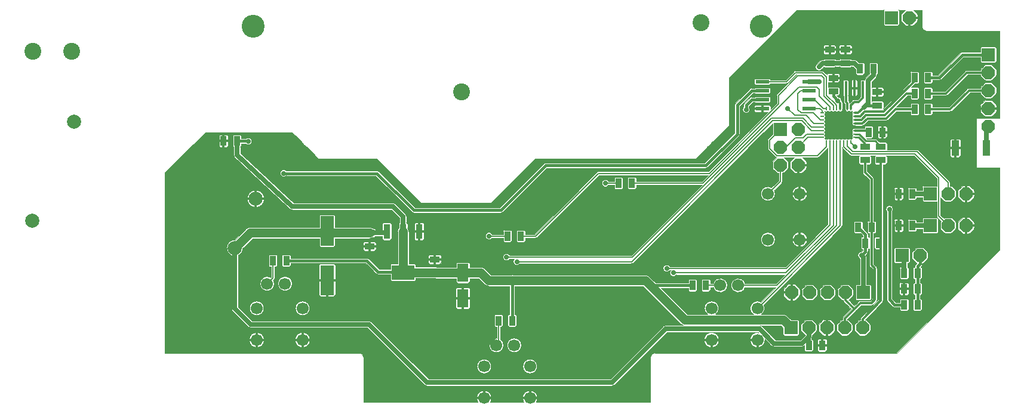
<source format=gbr>
G04 GENERATED BY PULSONIX 8.5 GERBER.DLL 5907*
G04 #@! TF.Part,Single*
%FSLAX35Y35*%
%LPD*%
%MOMM*%
G04 #@! TF.FileFunction,Copper,L1,Top*
G04 #@! TA.AperFunction,Conductor*
%ADD13C,0.63500*%
%ADD14C,1.27000*%
%ADD16C,0.20320*%
%ADD17C,0.25400*%
%ADD18C,0.40640*%
G04 #@! TA.AperFunction,SMDPad*
%ADD20R,1.40000X0.90000*%
%ADD23R,1.90000X4.20000*%
%ADD76R,0.90000X1.40000*%
G04 #@! TA.AperFunction,WasherPad*
%ADD148C,3.25000*%
G04 #@! TA.AperFunction,SMDPad*
%ADD159R,1.95000X0.55000*%
G04 #@! TA.AperFunction,Conductor*
%ADD163C,0.30480*%
G04 #@! TA.AperFunction,OtherCopper*
%ADD172C,0.03000*%
%ADD173C,0.30000*%
G04 #@! TA.AperFunction,SMDPad*
%ADD197R,0.40000X2.00000*%
%ADD199R,0.23000X0.50000*%
%ADD200R,0.50000X0.23000*%
%ADD201R,3.40000X3.40000*%
%ADD243R,1.60000X2.60000*%
%ADD303R,1.05000X2.20000*%
G04 #@! TA.AperFunction,ComponentPad*
%ADD348C,2.00000*%
%ADD373R,1.90500X1.90500*%
%AMT374*0 Octagon pad*4,1,8,0.39454,0.95250,-0.39454,0.95250,-0.95250,0.39454,-0.95250,-0.39454,-0.39454,-0.95250,0.39454,-0.95250,0.95250,-0.39454,0.95250,0.39454,0.39454,0.95250,0*%
%ADD374T374*%
%ADD375C,1.70000*%
G04 #@! TA.AperFunction,ViaPad*
%ADD388C,0.70000*%
G04 #@! TA.AperFunction,SMDPad*
%ADD425R,0.95000X2.15000*%
%ADD426R,3.25000X2.15000*%
G04 #@! TA.AperFunction,ComponentPad*
%ADD479C,2.40000*%
X0Y0D02*
D02*
D13*
X5307008Y2596750D02*
X5532258D01*
X5552008Y2616500*
X5782008D02*
Y2831000D01*
X5639748Y2973260*
X4208624*
X3427258Y3704625*
Y3901500*
X11536008Y1251500D02*
Y1124875D01*
X11440883Y1029750*
X11042508*
X10836133Y1236125*
X9505633*
X8743633Y474125*
X6122758*
X5297258Y1299625*
X3619492*
X3396496Y1522621*
Y2381317*
X11679008Y4742000D02*
X11537008D01*
X11832008Y5006250D02*
X11734383D01*
X11679008Y4950875*
X12057008Y5006250D02*
X11832008D01*
X12261758Y4926500D02*
X12182008Y5006250D01*
X12057008*
X12282258Y2276500D02*
X12307008Y2251750D01*
Y1751500*
X12314008Y4379375D02*
X12377508Y4434366D01*
Y4760375*
X12452258Y4835125*
Y4926500*
X12886758Y2026500D02*
Y2246750D01*
X12857008Y2276500*
X13002258Y2701500D02*
X13257008D01*
X13002258Y3151500D02*
X13257008D01*
X14082008Y4110500D02*
X14049508Y4078000D01*
Y3801500*
D02*
D14*
X3396496Y2381317D02*
X3611929Y2596750D01*
X4677258*
X5307008*
X5782008Y2036500D02*
Y2045750D01*
Y2616500D02*
Y2045750D01*
X6232008Y2031250D02*
X6226758Y2036500D01*
X5782008*
X6632008Y2031500D02*
X6885883D01*
X6995883Y1921500*
X7327258*
X6632008Y2031500D02*
X6631758Y2031250D01*
X6232008*
X9318594Y1818539D02*
X9774373Y1362760D01*
X11170748*
X11282008Y1251500*
X9318594Y1818539D02*
X9215633Y1921500D01*
X7327258*
D02*
D16*
X3936758Y2201500D02*
Y1958250D01*
X3855008Y1876500*
X7136758Y1351500D02*
Y1033250D01*
X7105008Y1001500*
X7261758Y2551500D02*
X7001508D01*
X7452258D02*
X7662633D01*
X8553883Y3442750*
X10123258*
X11107508Y4427000*
Y4551225*
X11380158Y4823875*
X11716523*
X11751048Y4789350*
Y4535759*
X11882008Y4404799*
Y4361500*
X8836758Y3301500D02*
X8652508D01*
X10077258Y1851500D02*
X10280008D01*
X10534008D02*
X11081719D01*
X11932008Y2701789*
Y3891500*
X10877008Y4742000D02*
X11216133D01*
X11345633Y4871500*
X11726633*
X11786608Y4811525*
Y4550488*
X11910096Y4427000*
X11911734*
X11932008Y4406726*
Y4361500*
X11132008Y3560500D02*
Y3326500D01*
X10957008Y3151500*
X11132008Y4068500D02*
X10980508Y3917000D01*
Y3795186*
X11081844Y3693849*
X11660234*
X11782008Y3815625*
Y3891500*
X11722008Y3951500D02*
X11523008D01*
X11386008Y3814500*
X11722008Y4001500D02*
X11507508D01*
X11453831Y3947823*
X11342706*
X11209383Y3814500*
X11132008*
X11722008Y4051500D02*
X11573633D01*
X11435983Y4189150*
X11021671*
X9021146Y2188625*
X7395030*
X11722008Y4101500D02*
X11573922D01*
X11450712Y4224710*
X11006942*
X10209107Y3426875*
X9034357Y2252125*
X7249883*
X11722008Y4151500D02*
X11605258D01*
X11492318Y4264440*
X11333568*
X11234508Y4363500*
X11722008Y4201500D02*
X11699590D01*
X11601090Y4300000*
X11425008*
X11377383Y4347625*
Y4569875*
X11422508Y4615000*
X11537008*
X11722008Y4301500D02*
Y4333875D01*
X11694883Y4361000*
X11537008*
X11782008Y4361500D02*
X11744672D01*
X11618172Y4488000*
X11537008*
X11832008Y3891500D02*
Y2706750D01*
X11218633Y2093375*
X9520008*
X11832008Y4361500D02*
Y4385125D01*
X11679008Y4538125*
Y4634105*
X11645213Y4667900*
X11398697*
X10032297Y3301500*
X9027258*
X11882008Y3891500D02*
Y2702078D01*
X11209805Y2029875*
X9615258*
X11982008Y3891500D02*
Y2701500D01*
X10807008Y1526500*
X12032008Y3891500D02*
Y3823164D01*
X12139383Y3715789*
X13041092*
X13377658Y3379225*
Y2834850*
X13511008Y2701500*
X12082008Y3891500D02*
Y3824600D01*
X12155258Y3751350*
X13069033*
X13511008Y3309375*
Y3151500*
X12132008Y3891500D02*
Y3878750D01*
X12187008Y3823750*
X12425133Y2674375D02*
X12427258Y2676500D01*
X12527258Y2451500D02*
X12528059Y2450699D01*
X12557008*
D02*
D17*
X12192008Y3951500D02*
X12239909D01*
X12332008Y3859401*
Y3821750*
X12192008Y4001500D02*
X12247383D01*
X12345758Y3903125*
X12475633*
X12557008Y3821750*
D02*
D18*
X3586395Y3896500D02*
X3581395Y3901500D01*
X3427258*
X4090758Y3442750D02*
X5408383D01*
X5932258Y2918875*
X7170508*
X7805508Y3553875*
X10075633*
X10520133Y3998375*
Y4411125*
X10724008Y4615000*
X10877008*
X4127258Y2201500D02*
X5268508D01*
X5424258Y2045750*
X5782008*
X4677258Y2596750D02*
X4707008Y2626500D01*
X7327258Y1921500D02*
Y1351500D01*
X9318594Y1818539D02*
X9351555Y1851500D01*
X9886758*
X10647133Y4347625D02*
Y4411125D01*
X10724008Y4488000*
X10877008*
X11536008Y1251500D02*
X11536758Y1250750D01*
Y1001500*
X11882008Y4606250D02*
Y4541500D01*
X11948883Y4474625*
X12282258Y2276500D02*
X12336758Y2331000D01*
Y2451500*
X12314008Y4379375D02*
X12340883Y4406250D01*
X12507008*
X12336758Y2451500D02*
Y2576500D01*
X12236758Y2676500*
X12886758Y1576500D02*
X12751508D01*
X12679133Y1648875*
Y2934750*
X13077258Y1801500D02*
Y1576500D01*
Y2026500D02*
Y1801500D01*
X13111008Y2276500D02*
Y2158875D01*
X13077258Y2125125*
Y2026500*
X13227258Y4801500D02*
X13387008D01*
X13712008Y5126500*
X14082008*
D02*
D20*
X5307008Y2406250D03*
Y2596750D03*
X6232008Y2031250D03*
Y2221750D03*
X11832008Y5006250D03*
Y5196750D03*
X11882008Y4606250D03*
Y4796750D03*
X12057008Y5006250D03*
Y5196750D03*
X12332008Y3631250D03*
Y3821750D03*
X12507008Y4406250D03*
Y4596750D03*
X12557008Y3631250D03*
Y3821750D03*
D02*
D23*
X4707008Y1926500D03*
Y2626500D03*
D02*
D76*
X3236758Y3901500D03*
X3427258D03*
X3936758Y2201500D03*
X4127258D03*
X7136758Y1351500D03*
X7261758Y2551500D03*
X7327258Y1351500D03*
X7452258Y2551500D03*
X8836758Y3301500D03*
X9027258D03*
X9886758Y1851500D03*
X10077258D03*
X11536758Y1001500D03*
X11727258D03*
X12236758Y2676500D03*
X12261758Y4926500D03*
X12336758Y2451500D03*
X12386758Y4026500D03*
X12427258Y2676500D03*
X12452258Y4926500D03*
X12527258Y2451500D03*
X12577258Y4026500D03*
X12811758Y2701500D03*
Y3151500D03*
X12886758Y1576500D03*
Y1801500D03*
Y2026500D03*
X13002258Y2701500D03*
Y3151500D03*
X13036758Y4351500D03*
Y4576500D03*
Y4801500D03*
X13077258Y1576500D03*
Y1801500D03*
Y2026500D03*
X13227258Y4351500D03*
Y4576500D03*
Y4801500D03*
D02*
D148*
X3657008Y5526500D03*
X10857008D03*
D02*
D159*
X10877008Y4361000D03*
Y4488000D03*
Y4615000D03*
Y4742000D03*
X11537008Y4361000D03*
Y4488000D03*
Y4615000D03*
Y4742000D03*
D02*
D163*
X11982008Y4361500D02*
Y4441500D01*
X11948883Y4474625*
X12044008Y1251500D02*
Y1379000D01*
X12181612Y1516604*
X12053008Y1751500D02*
Y1645207D01*
X12181612Y1516604*
X12082008Y4361500D02*
Y4437500D01*
X12062008Y4457500*
Y4651500*
X12132008Y4361500D02*
Y4408875D01*
X12180633Y4457500*
X12244133*
X12302008Y4515375*
Y4651500*
X12181612Y1516604D02*
X12266258Y1601250D01*
X12425133*
X12472758Y1648875*
Y2093375*
X12425133Y2141000*
Y2674375*
X12192008Y4051500D02*
X12361758D01*
X12386758Y4026500*
X12192008Y4151500D02*
X12294930D01*
X12364055Y4220625*
X12631508*
X12762383Y4351500*
X13036758*
X12192008Y4201500D02*
X12280272D01*
X12347022Y4268250*
X12614475*
X12922725Y4576500*
X13036758*
X12192008Y4251500D02*
X12265614D01*
X12329989Y4315875*
X12597442*
X13036758Y4755191*
Y4801500*
X12314008Y4379375D02*
X12236133Y4301500D01*
X12192008*
X12425133Y2674375D02*
Y3363375D01*
X12332008Y3456500*
Y3631250*
X12557008Y2450699D02*
Y1633000D01*
X12298008Y1374000*
Y1251500*
X12557008Y3631250D02*
Y2450699D01*
X13227258Y4351500D02*
X13540258D01*
X13807258Y4618500*
X14082008*
X13227258Y4576500D02*
X13479508D01*
X13775508Y4872500*
X14082008*
D02*
D172*
X12307008Y4121888D02*
G75*
G02X12294930Y4119520I-12076J29606D01*
G01*
X12192008*
G75*
G02X12177001Y4123260I1J31981*
G01*
X12167008*
G75*
G02X12150268Y4140000J16740*
G01*
Y4163000*
G75*
G02X12157110Y4176500I16740*
G01*
G75*
G02X12150268Y4190000I9898J13500*
G01*
Y4213000*
G75*
G02X12157110Y4226500I16740*
G01*
G75*
G02X12150268Y4240000I9898J13500*
G01*
Y4263000*
G75*
G02X12157110Y4276500I16740*
G01*
G75*
G02X12150268Y4290000I9898J13500*
G01*
Y4313000*
G75*
G02X12153826Y4323318I16741*
G01*
G75*
G02X12143508Y4319760I-10318J13183*
G01*
X12120508*
G75*
G02X12107008Y4326602J16740*
G01*
G75*
G02X12093508Y4319760I-13500J9898*
G01*
X12070508*
G75*
G02X12053768Y4336500J16740*
G01*
Y4346493*
G75*
G02X12050028Y4361500I28239J15007*
G01*
Y4424254*
X12047782Y4426500*
X12013988*
Y4361500*
G75*
G02X12010248Y4346493I-31979*
G01*
Y4336500*
G75*
G02X11993508Y4319760I-16740*
G01*
X11970508*
G75*
G02X11957008Y4326602J16740*
G01*
G75*
G02X11943508Y4319760I-13500J9898*
G01*
X11920508*
G75*
G02X11907008Y4326602J16740*
G01*
G75*
G02X11893508Y4319760I-13500J9898*
G01*
X11870508*
G75*
G02X11857008Y4326602J16740*
G01*
G75*
G02X11843508Y4319760I-13500J9898*
G01*
X11820508*
G75*
G02X11807008Y4326602J16740*
G01*
G75*
G02X11793508Y4319760I-13500J9898*
G01*
X11770508*
G75*
G02X11760190Y4323318J16741*
G01*
G75*
G02X11763748Y4313000I-13183J-10318*
G01*
Y4290000*
G75*
G02X11756906Y4276500I-16740*
G01*
G75*
G02X11763748Y4263000I-9898J-13500*
G01*
Y4240000*
G75*
G02X11756906Y4226500I-16740*
G01*
G75*
G02X11763748Y4213000I-9898J-13500*
G01*
Y4190000*
G75*
G02X11756906Y4176500I-16740*
G01*
G75*
G02X11763748Y4163000I-9898J-13500*
G01*
Y4140000*
G75*
G02X11756906Y4126500I-16740*
G01*
G75*
G02X11763748Y4113000I-9898J-13500*
G01*
Y4090000*
G75*
G02X11756906Y4076500I-16740*
G01*
G75*
G02X11763748Y4063000I-9898J-13500*
G01*
Y4040000*
G75*
G02X11756906Y4026500I-16740*
G01*
G75*
G02X11763748Y4013000I-9898J-13500*
G01*
Y3990000*
G75*
G02X11756906Y3976500I-16740*
G01*
G75*
G02X11763748Y3963000I-9898J-13500*
G01*
Y3940000*
G75*
G02X11760190Y3929682I-16741*
G01*
G75*
G02X11770508Y3933240I10318J-13183*
G01*
X11793508*
G75*
G02X11807008Y3926398J-16740*
G01*
G75*
G02X11820508Y3933240I13500J-9898*
G01*
X11843508*
G75*
G02X11857008Y3926398J-16740*
G01*
G75*
G02X11870508Y3933240I13500J-9898*
G01*
X11893508*
G75*
G02X11907008Y3926398J-16740*
G01*
G75*
G02X11920508Y3933240I13500J-9898*
G01*
X11943508*
G75*
G02X11957008Y3926398J-16740*
G01*
G75*
G02X11970508Y3933240I13500J-9898*
G01*
X11993508*
G75*
G02X12007008Y3926398J-16740*
G01*
G75*
G02X12020508Y3933240I13500J-9898*
G01*
X12043508*
G75*
G02X12057008Y3926398J-16740*
G01*
G75*
G02X12070508Y3933240I13500J-9898*
G01*
X12093508*
G75*
G02X12107008Y3926398J-16740*
G01*
G75*
G02X12120508Y3933240I13500J-9898*
G01*
X12143508*
G75*
G02X12153826Y3929682J-16741*
G01*
G75*
G02X12150268Y3940000I13183J10318*
G01*
Y3963000*
G75*
G02X12157110Y3976500I16740*
G01*
G75*
G02X12150268Y3990000I9898J13500*
G01*
Y4013000*
G75*
G02X12157110Y4026500I16740*
G01*
G75*
G02X12150268Y4040000I9898J13500*
G01*
Y4063000*
G75*
G02X12167008Y4079740I16740*
G01*
X12177001*
G75*
G02X12192008Y4083480I15008J-28241*
G01*
X12307008*
Y4121888*
G36*
G75*
G02X12294930Y4119520I-12076J29606*
G01*
X12192008*
G75*
G02X12177001Y4123260I1J31981*
G01*
X12167008*
G75*
G02X12150268Y4140000J16740*
G01*
Y4163000*
G75*
G02X12157110Y4176500I16740*
G01*
G75*
G02X12150268Y4190000I9898J13500*
G01*
Y4213000*
G75*
G02X12157110Y4226500I16740*
G01*
G75*
G02X12150268Y4240000I9898J13500*
G01*
Y4263000*
G75*
G02X12157110Y4276500I16740*
G01*
G75*
G02X12150268Y4290000I9898J13500*
G01*
Y4313000*
G75*
G02X12153826Y4323318I16741*
G01*
G75*
G02X12143508Y4319760I-10318J13183*
G01*
X12120508*
G75*
G02X12107008Y4326602J16740*
G01*
G75*
G02X12093508Y4319760I-13500J9898*
G01*
X12070508*
G75*
G02X12053768Y4336500J16740*
G01*
Y4346493*
G75*
G02X12050028Y4361500I28239J15007*
G01*
Y4424254*
X12047782Y4426500*
X12013988*
Y4361500*
G75*
G02X12010248Y4346493I-31979*
G01*
Y4336500*
G75*
G02X11993508Y4319760I-16740*
G01*
X11970508*
G75*
G02X11957008Y4326602J16740*
G01*
G75*
G02X11943508Y4319760I-13500J9898*
G01*
X11920508*
G75*
G02X11907008Y4326602J16740*
G01*
G75*
G02X11893508Y4319760I-13500J9898*
G01*
X11870508*
G75*
G02X11857008Y4326602J16740*
G01*
G75*
G02X11843508Y4319760I-13500J9898*
G01*
X11820508*
G75*
G02X11807008Y4326602J16740*
G01*
G75*
G02X11793508Y4319760I-13500J9898*
G01*
X11770508*
G75*
G02X11760190Y4323318J16741*
G01*
G75*
G02X11763748Y4313000I-13183J-10318*
G01*
Y4290000*
G75*
G02X11756906Y4276500I-16740*
G01*
G75*
G02X11763748Y4263000I-9898J-13500*
G01*
Y4240000*
G75*
G02X11756906Y4226500I-16740*
G01*
G75*
G02X11763748Y4213000I-9898J-13500*
G01*
Y4190000*
G75*
G02X11756906Y4176500I-16740*
G01*
G75*
G02X11763748Y4163000I-9898J-13500*
G01*
Y4140000*
G75*
G02X11756906Y4126500I-16740*
G01*
G75*
G02X11763748Y4113000I-9898J-13500*
G01*
Y4090000*
G75*
G02X11756906Y4076500I-16740*
G01*
G75*
G02X11763748Y4063000I-9898J-13500*
G01*
Y4040000*
G75*
G02X11756906Y4026500I-16740*
G01*
G75*
G02X11763748Y4013000I-9898J-13500*
G01*
Y3990000*
G75*
G02X11756906Y3976500I-16740*
G01*
G75*
G02X11763748Y3963000I-9898J-13500*
G01*
Y3940000*
G75*
G02X11760190Y3929682I-16741*
G01*
G75*
G02X11770508Y3933240I10318J-13183*
G01*
X11793508*
G75*
G02X11807008Y3926398J-16740*
G01*
G75*
G02X11820508Y3933240I13500J-9898*
G01*
X11843508*
G75*
G02X11857008Y3926398J-16740*
G01*
G75*
G02X11870508Y3933240I13500J-9898*
G01*
X11893508*
G75*
G02X11907008Y3926398J-16740*
G01*
G75*
G02X11920508Y3933240I13500J-9898*
G01*
X11943508*
G75*
G02X11957008Y3926398J-16740*
G01*
G75*
G02X11970508Y3933240I13500J-9898*
G01*
X11993508*
G75*
G02X12007008Y3926398J-16740*
G01*
G75*
G02X12020508Y3933240I13500J-9898*
G01*
X12043508*
G75*
G02X12057008Y3926398J-16740*
G01*
G75*
G02X12070508Y3933240I13500J-9898*
G01*
X12093508*
G75*
G02X12107008Y3926398J-16740*
G01*
G75*
G02X12120508Y3933240I13500J-9898*
G01*
X12143508*
G75*
G02X12153826Y3929682J-16741*
G01*
G75*
G02X12150268Y3940000I13183J10318*
G01*
Y3963000*
G75*
G02X12157110Y3976500I16740*
G01*
G75*
G02X12150268Y3990000I9898J13500*
G01*
Y4013000*
G75*
G02X12157110Y4026500I16740*
G01*
G75*
G02X12150268Y4040000I9898J13500*
G01*
Y4063000*
G75*
G02X12167008Y4079740I16740*
G01*
X12177001*
G75*
G02X12192008Y4083480I15008J-28241*
G01*
X12307008*
Y4121888*
G37*
X14239708Y5459200D02*
X13207008D01*
G75*
G02X13139708Y5526500J67300*
G01*
Y5759200*
X13018418*
X13071461Y5706157*
G75*
G02X13077758Y5690957I-15197J-15200*
G01*
Y5612043*
G75*
G02X13071461Y5596843I-21494*
G01*
X13015665Y5541047*
G75*
G02X13000351Y5534750I-15201J15199*
G01*
X12921665*
G75*
G02X12906351Y5541047I-113J21496*
G01*
X12850555Y5596843*
G75*
G02X12844258Y5612043I15197J15200*
G01*
Y5690957*
G75*
G02X12850555Y5706157I21494*
G01*
X12903598Y5759200*
X12813448*
G75*
G02X12818998Y5746750I-11190J-12450*
G01*
Y5556250*
G75*
G02X12802258Y5539510I-16740*
G01*
X12611758*
G75*
G02X12595018Y5556250J16740*
G01*
Y5746750*
G75*
G02X12600568Y5759200I16740*
G01*
X11364708*
X10407008Y4801500*
Y4126500*
X10174863Y3894355*
G75*
G02X10089153Y3808645I-217853J132143*
G01*
X9932008Y3651500*
X7657008*
X7032008Y3026500*
X6032008*
X5407008Y3651500*
X4582008*
X4424863Y3808645*
G75*
G02X4339153Y3894355I132143J217853*
G01*
X4207008Y4026500*
X2982008*
X2407008Y3451500*
Y893800*
X5157008*
G75*
G02X5224308Y826500J-67300*
G01*
Y193800*
X6842493*
G75*
G02X6825508Y251500I89515J57700*
G01*
G75*
G02X7038508I106500*
G01*
G75*
G02X7021523Y193800I-106500*
G01*
X7492493*
G75*
G02X7475508Y251500I89515J57700*
G01*
G75*
G02X7688508I106500*
G01*
G75*
G02X7671523Y193800I-106500*
G01*
X9289708*
Y826500*
G75*
G02X9357008Y893800I67300*
G01*
X12779132*
X14239708Y2354376*
Y3526500*
X13907008*
Y4226500*
X14239708*
Y5459200*
X14177258Y5238490D02*
G75*
G02X14193998Y5221750J-16740D01*
G01*
Y5031250*
G75*
G02X14177258Y5014510I-16740*
G01*
X13986758*
G75*
G02X13970018Y5031250J16740*
G01*
Y5089440*
X13727358*
X13413354Y4775436*
G75*
G02X13387008Y4764440I-26345J26062*
G01*
X13288998*
Y4731500*
G75*
G02X13272258Y4714760I-16740*
G01*
X13182258*
G75*
G02X13165518Y4731500J16740*
G01*
Y4871500*
G75*
G02X13182258Y4888240I16740*
G01*
X13272258*
G75*
G02X13288998Y4871500J-16740*
G01*
Y4838560*
X13371658*
X13685662Y5152564*
G75*
G02X13712008Y5163560I26345J-26062*
G01*
X13970018*
Y5221750*
G75*
G02X13986758Y5238490I16740*
G01*
X14177258*
X14189095Y4923791D02*
G75*
G02X14193998Y4911955I-11835J-11836D01*
G01*
Y4833045*
G75*
G02X14189095Y4821209I-16738*
G01*
X14133299Y4765413*
G75*
G02X14121423Y4760510I-11838J11840*
G01*
X14042593*
G75*
G02X14030717Y4765413I-38J16743*
G01*
X13974921Y4821209*
G75*
G02X13970018Y4833045I11835J11836*
G01*
Y4840520*
X13788754*
X13502232Y4553998*
G75*
G02X13479508Y4544520I-22721J22496*
G01*
X13288998*
Y4506500*
G75*
G02X13272258Y4489760I-16740*
G01*
X13182258*
G75*
G02X13165518Y4506500J16740*
G01*
Y4646500*
G75*
G02X13182258Y4663240I16740*
G01*
X13272258*
G75*
G02X13288998Y4646500J-16740*
G01*
Y4608480*
X13466262*
X13752784Y4895002*
G75*
G02X13775508Y4904480I22721J-22496*
G01*
X13970018*
Y4911955*
G75*
G02X13974921Y4923791I16738*
G01*
X14030717Y4979587*
G75*
G02X14042593Y4984490I11838J-11840*
G01*
X14121423*
G75*
G02X14133299Y4979587I38J-16743*
G01*
X14189095Y4923791*
Y4669791D02*
G75*
G02X14193998Y4657955I-11835J-11836D01*
G01*
Y4579045*
G75*
G02X14189095Y4567209I-16738*
G01*
X14133299Y4511413*
G75*
G02X14121423Y4506510I-11838J11840*
G01*
X14042593*
G75*
G02X14030717Y4511413I-38J16743*
G01*
X13974921Y4567209*
G75*
G02X13970018Y4579045I11835J11836*
G01*
Y4586520*
X13820504*
X13562982Y4328998*
G75*
G02X13540258Y4319520I-22721J22496*
G01*
X13288998*
Y4281500*
G75*
G02X13272258Y4264760I-16740*
G01*
X13182258*
G75*
G02X13165518Y4281500J16740*
G01*
Y4421500*
G75*
G02X13182258Y4438240I16740*
G01*
X13272258*
G75*
G02X13288998Y4421500J-16740*
G01*
Y4383480*
X13527012*
X13784534Y4641002*
G75*
G02X13807258Y4650480I22721J-22496*
G01*
X13970018*
Y4657955*
G75*
G02X13974921Y4669791I16738*
G01*
X14030717Y4725587*
G75*
G02X14042593Y4730490I11838J-11840*
G01*
X14121423*
G75*
G02X14133299Y4725587I38J-16743*
G01*
X14189095Y4669791*
X14192461Y4419157D02*
G75*
G02X14198758Y4403957I-15197J-15200D01*
G01*
Y4325043*
G75*
G02X14192461Y4309843I-21494*
G01*
X14136665Y4254047*
G75*
G02X14121351Y4247750I-15201J15199*
G01*
X14042665*
G75*
G02X14027351Y4254047I-113J21496*
G01*
X13971555Y4309843*
G75*
G02X13965258Y4325043I15197J15200*
G01*
Y4403957*
G75*
G02X13971555Y4419157I21494*
G01*
X14027351Y4474953*
G75*
G02X14042665Y4481250I15201J-15199*
G01*
X14121351*
G75*
G02X14136665Y4474953I113J-21496*
G01*
X14192461Y4419157*
X13667008Y3933000D02*
G75*
G02X13688508Y3911501J-21499D01*
G01*
Y3691499*
G75*
G02X13667008Y3670000I-21500*
G01*
X13562008*
G75*
G02X13540508Y3691499J21499*
G01*
Y3911501*
G75*
G02X13562008Y3933000I21500*
G01*
X13667008*
X13875461Y2756157D02*
G75*
G02X13881758Y2740957I-15197J-15200D01*
G01*
Y2662043*
G75*
G02X13875461Y2646843I-21494*
G01*
X13819665Y2591047*
G75*
G02X13804351Y2584750I-15201J15199*
G01*
X13725665*
G75*
G02X13710351Y2591047I-113J21496*
G01*
X13654555Y2646843*
G75*
G02X13648258Y2662043I15197J15200*
G01*
Y2740957*
G75*
G02X13654555Y2756157I21494*
G01*
X13710351Y2811953*
G75*
G02X13725665Y2818250I15201J-15199*
G01*
X13804351*
G75*
G02X13819665Y2811953I113J-21496*
G01*
X13875461Y2756157*
Y3206157D02*
G75*
G02X13881758Y3190957I-15197J-15200D01*
G01*
Y3112043*
G75*
G02X13875461Y3096843I-21494*
G01*
X13819665Y3041047*
G75*
G02X13804351Y3034750I-15201J15199*
G01*
X13725665*
G75*
G02X13710351Y3041047I-113J21496*
G01*
X13654555Y3096843*
G75*
G02X13648258Y3112043I15197J15200*
G01*
Y3190957*
G75*
G02X13654555Y3206157I21494*
G01*
X13710351Y3261953*
G75*
G02X13725665Y3268250I15201J-15199*
G01*
X13804351*
G75*
G02X13819665Y3261953I113J-21496*
G01*
X13875461Y3206157*
X13618095Y3202791D02*
G75*
G02X13622998Y3190955I-11835J-11836D01*
G01*
Y3112045*
G75*
G02X13618095Y3100209I-16738*
G01*
X13562299Y3044413*
G75*
G02X13550423Y3039510I-11838J11840*
G01*
X13471593*
G75*
G02X13459717Y3044413I-38J16743*
G01*
X13404958Y3099172*
Y2846158*
X13451123Y2799993*
X13459717Y2808587*
G75*
G02X13471593Y2813490I11838J-11840*
G01*
X13550423*
G75*
G02X13562299Y2808587I38J-16743*
G01*
X13618095Y2752791*
G75*
G02X13622998Y2740955I-11835J-11836*
G01*
Y2662045*
G75*
G02X13618095Y2650209I-16738*
G01*
X13562299Y2594413*
G75*
G02X13550423Y2589510I-11838J11840*
G01*
X13471593*
G75*
G02X13459717Y2594413I-38J16743*
G01*
X13403921Y2650209*
G75*
G02X13399018Y2662045I11835J11836*
G01*
Y2740955*
G75*
G02X13403921Y2752791I16738*
G01*
X13412515Y2761385*
X13358378Y2815522*
G75*
G02X13350358Y2834850I19284J19330*
G01*
Y3039510*
X13161758*
G75*
G02X13145018Y3056250J16740*
G01*
Y3103010*
X13063998*
Y3081500*
G75*
G02X13047258Y3064760I-16740*
G01*
X12957258*
G75*
G02X12940518Y3081500J16740*
G01*
Y3221500*
G75*
G02X12957258Y3238240I16740*
G01*
X13047258*
G75*
G02X13063998Y3221500J-16740*
G01*
Y3199990*
X13145018*
Y3246750*
G75*
G02X13161758Y3263490I16740*
G01*
X13350358*
Y3367917*
X13029784Y3688489*
X12638429*
G75*
G02X12643748Y3676250I-11421J-12239*
G01*
Y3586250*
G75*
G02X12627008Y3569510I-16740*
G01*
X12588988*
Y2522079*
G75*
G02X12588998Y2521500I-16743J-579*
G01*
Y2455837*
G75*
G02Y2445561I-31989J-5138*
G01*
Y2381500*
G75*
G02X12588988Y2380921I-16753*
G01*
Y1632997*
G75*
G02X12579510Y1610276I-31973*
G01*
X12332724Y1363490*
X12337423*
G75*
G02X12349299Y1358587I38J-16743*
G01*
X12405095Y1302791*
G75*
G02X12409998Y1290955I-11835J-11836*
G01*
Y1212045*
G75*
G02X12405095Y1200209I-16738*
G01*
X12349299Y1144413*
G75*
G02X12337423Y1139510I-11838J11840*
G01*
X12258593*
G75*
G02X12246717Y1144413I-38J16743*
G01*
X12190921Y1200209*
G75*
G02X12186018Y1212045I11835J11836*
G01*
Y1290955*
G75*
G02X12190921Y1302791I16738*
G01*
X12246717Y1358587*
G75*
G02X12258593Y1363490I11838J-11840*
G01*
X12266028*
Y1374003*
G75*
G02X12275506Y1396724I31973*
G01*
X12525028Y1646246*
Y2364760*
X12482258*
G75*
G02X12465518Y2381500J16740*
G01*
Y2521500*
G75*
G02X12482258Y2538240I16740*
G01*
X12525028*
Y3569510*
X12487008*
G75*
G02X12470268Y3586250J16740*
G01*
Y3676250*
G75*
G02X12475587Y3688489I16740*
G01*
X12413429*
G75*
G02X12418748Y3676250I-11421J-12239*
G01*
Y3586250*
G75*
G02X12402008Y3569510I-16740*
G01*
X12363988*
Y3469746*
X12447635Y3386099*
G75*
G02X12457113Y3363378I-22495J-22721*
G01*
Y2763240*
X12472258*
G75*
G02X12488998Y2746500J-16740*
G01*
Y2606500*
G75*
G02X12472258Y2589760I-16740*
G01*
X12457113*
Y2154246*
X12495260Y2116099*
G75*
G02X12504738Y2093378I-22495J-22721*
G01*
Y1648872*
G75*
G02X12495260Y1626151I-31973*
G01*
X12447857Y1578748*
G75*
G02X12425133Y1569270I-22721J22496*
G01*
X12279504*
X12208701Y1498467*
G75*
G02X12199749Y1489515I-27090J18138*
G01*
X12075988Y1365754*
Y1363490*
X12083423*
G75*
G02X12095299Y1358587I38J-16743*
G01*
X12151095Y1302791*
G75*
G02X12155998Y1290955I-11835J-11836*
G01*
Y1212045*
G75*
G02X12151095Y1200209I-16738*
G01*
X12095299Y1144413*
G75*
G02X12083423Y1139510I-11838J11840*
G01*
X12004593*
G75*
G02X11992717Y1144413I-38J16743*
G01*
X11936921Y1200209*
G75*
G02X11932018Y1212045I11835J11836*
G01*
Y1290955*
G75*
G02X11936921Y1302791I16738*
G01*
X11992717Y1358587*
G75*
G02X12004593Y1363490I11838J-11840*
G01*
X12012028*
Y1379003*
G75*
G02X12021506Y1401724I31973*
G01*
X12136103Y1516321*
X12030185Y1622238*
G75*
G02X12021133Y1639510I22827J22972*
G01*
X12013593*
G75*
G02X12001717Y1644413I-38J16743*
G01*
X11945921Y1700209*
G75*
G02X11941018Y1712045I11835J11836*
G01*
Y1790955*
G75*
G02X11945921Y1802791I16738*
G01*
X12001717Y1858587*
G75*
G02X12013593Y1863490I11838J-11840*
G01*
X12092423*
G75*
G02X12104299Y1858587I38J-16743*
G01*
X12160095Y1802791*
G75*
G02X12164998Y1790955I-11835J-11836*
G01*
Y1712045*
G75*
G02X12160095Y1700209I-16738*
G01*
X12104299Y1644413*
G75*
G02X12101710Y1642297I-11838J11842*
G01*
X12181895Y1562113*
X12243534Y1623752*
G75*
G02X12266258Y1633230I22721J-22496*
G01*
X12411887*
X12440778Y1662121*
Y2080129*
X12402631Y2118276*
G75*
G02X12393153Y2140997I22495J22721*
G01*
Y2369237*
G75*
G02X12381758Y2364760I-11395J12263*
G01*
X12373818*
Y2330999*
G75*
G02X12362822Y2304654I-37058*
G01*
X12342720Y2284552*
G75*
G02X12355498Y2251753I-35705J-32799*
G01*
Y1863490*
X12402258*
G75*
G02X12418998Y1846750J-16740*
G01*
Y1656250*
G75*
G02X12402258Y1639510I-16740*
G01*
X12211758*
G75*
G02X12195018Y1656250J16740*
G01*
Y1846750*
G75*
G02X12211758Y1863490I16740*
G01*
X12258518*
Y2230528*
G75*
G02X12281584Y2328236I23740J45972*
G01*
X12299698Y2346350*
Y2364760*
X12291758*
G75*
G02X12275018Y2381500J16740*
G01*
Y2521500*
G75*
G02X12291758Y2538240I16740*
G01*
X12299698*
Y2561150*
X12271088Y2589760*
X12191758*
G75*
G02X12175018Y2606500J16740*
G01*
Y2746500*
G75*
G02X12191758Y2763240I16740*
G01*
X12281758*
G75*
G02X12298498Y2746500J-16740*
G01*
Y2667170*
X12362822Y2602846*
G75*
G02X12373818Y2576501I-26062J-26345*
G01*
Y2538240*
X12381758*
G75*
G02X12393153Y2533763J-16740*
G01*
Y2589760*
X12382258*
G75*
G02X12365518Y2606500J16740*
G01*
Y2746500*
G75*
G02X12382258Y2763240I16740*
G01*
X12393153*
Y3350129*
X12309506Y3433776*
G75*
G02X12300028Y3456497I22495J22721*
G01*
Y3569510*
X12262008*
G75*
G02X12245268Y3586250J16740*
G01*
Y3676250*
G75*
G02X12250587Y3688489I16740*
G01*
X12139383*
G75*
G02X12120055Y3696509I2J27304*
G01*
X12012728Y3803836*
G75*
G02X12008908Y3808615I19283J19330*
G01*
Y2701500*
G75*
G02X12000948Y2682398I-26905J2*
G01*
X10895410Y1576860*
G75*
G02X10865135Y1443000I-88402J-50360*
G01*
X11170748*
G75*
G02X11227654Y1419330I2J-80236*
G01*
X11283494Y1363490*
X11377258*
G75*
G02X11393998Y1346750J-16740*
G01*
Y1156250*
G75*
G02X11377258Y1139510I-16740*
G01*
X11186758*
G75*
G02X11170018Y1156250J16740*
G01*
Y1250014*
X11137512Y1282520*
X10850235*
G75*
G02X10870421Y1270413I-14101J-46392*
G01*
X11062594Y1078240*
X11420797*
X11485897Y1143340*
G75*
G02X11484717Y1144413I10661J12910*
G01*
X11428921Y1200209*
G75*
G02X11424018Y1212045I11835J11836*
G01*
Y1290955*
G75*
G02X11428921Y1302791I16738*
G01*
X11484717Y1358587*
G75*
G02X11496593Y1363490I11838J-11840*
G01*
X11575423*
G75*
G02X11587299Y1358587I38J-16743*
G01*
X11643095Y1302791*
G75*
G02X11647998Y1290955I-11835J-11836*
G01*
Y1212045*
G75*
G02X11643095Y1200209I-16738*
G01*
X11587299Y1144413*
G75*
G02X11584498Y1142158I-11840J11840*
G01*
Y1125107*
X11584499Y1124933*
Y1124875*
Y1124873*
G75*
G02X11573818Y1094514I-48485*
G01*
Y1088240*
X11581758*
G75*
G02X11598498Y1071500J-16740*
G01*
Y931500*
G75*
G02X11581758Y914760I-16740*
G01*
X11491758*
G75*
G02X11475018Y931500J16740*
G01*
Y995310*
G75*
G02X11440651Y981260I-34135J34438*
G01*
X11042740*
G75*
G02X11008220Y995462I-233J48488*
G01*
X10912490Y1091192*
G75*
G02X10913508Y1076500I-105480J-14690*
G01*
G75*
G02X10700508I-106500*
G01*
G75*
G02X10821700Y1181982I106500*
G01*
X10816047Y1187635*
X9525719*
X8777921Y439837*
G75*
G02X8743401Y425635I-34287J34286*
G01*
X6122990*
G75*
G02X6088470Y439837I-233J48488*
G01*
X5277172Y1251135*
X3619724*
G75*
G02X3585204Y1265337I-233J48488*
G01*
X3362208Y1488333*
G75*
G02X3348005Y1522619I34282J34286*
G01*
Y1522621*
Y1522679*
X3348006Y1522853*
Y2275125*
G75*
G02X3279757Y2381316I48489J106191*
G01*
Y2381322*
G75*
G02X3399715Y2498012I116739J-4*
G01*
X3555023Y2653320*
G75*
G02X3611929Y2676990I56904J-56566*
G01*
X4595268*
Y2836500*
G75*
G02X4612008Y2853240I16740*
G01*
X4802008*
G75*
G02X4818748Y2836500J-16740*
G01*
Y2676990*
X5305216*
G75*
G02X5358290Y2658490I1792J-80241*
G01*
X5377008*
G75*
G02X5393380Y2645240J-16740*
G01*
X5487768*
Y2724000*
G75*
G02X5504508Y2740740I16740*
G01*
X5599508*
G75*
G02X5616248Y2724000J-16740*
G01*
Y2509000*
G75*
G02X5599508Y2492260I-16740*
G01*
X5504508*
G75*
G02X5487768Y2509000J16740*
G01*
Y2548260*
X5393380*
G75*
G02X5377008Y2535010I-16372J3490*
G01*
X5358290*
G75*
G02X5305216Y2516510I-51282J61741*
G01*
X4818748*
Y2416500*
G75*
G02X4802008Y2399760I-16740*
G01*
X4612008*
G75*
G02X4595268Y2416500J16740*
G01*
Y2516510*
X3645165*
X3513191Y2384536*
G75*
G02X3513235Y2381318I-116691J-3205*
G01*
Y2381312*
G75*
G02X3444986Y2275125I-116738J4*
G01*
Y1542707*
X3639578Y1348115*
X5297026*
G75*
G02X5331546Y1333913I233J-48488*
G01*
X6142844Y522615*
X8723547*
X9471345Y1270413*
G75*
G02X9505865Y1284615I34287J-34286*
G01*
X9756156*
G75*
G02X9717467Y1306190I18215J78141*
G01*
X9267671Y1755986*
G75*
G02X9256041Y1767616I50921J62551*
G01*
X9182397Y1841260*
X7364318*
Y1438240*
X7372258*
G75*
G02X7388998Y1421500J-16740*
G01*
Y1281500*
G75*
G02X7372258Y1264760I-16740*
G01*
X7282258*
G75*
G02X7265518Y1281500J16740*
G01*
Y1421500*
G75*
G02X7282258Y1438240I16740*
G01*
X7290198*
Y1841260*
X6995883*
G75*
G02X6938977Y1864930I-2J80236*
G01*
X6852647Y1951260*
X6728748*
Y1901500*
G75*
G02X6712008Y1884760I-16740*
G01*
X6552008*
G75*
G02X6535268Y1901500J16740*
G01*
Y1951010*
X6248213*
G75*
G02X6199182Y1956260I-16205J80240*
G01*
X5961248*
Y1929000*
G75*
G02X5944508Y1912260I-16740*
G01*
X5619508*
G75*
G02X5602768Y1929000J16740*
G01*
Y2008690*
X5424258*
G75*
G02X5397912Y2019686I-1J37058*
G01*
X5253158Y2164440*
X4188998*
Y2131500*
G75*
G02X4172258Y2114760I-16740*
G01*
X4082258*
G75*
G02X4065518Y2131500J16740*
G01*
Y2271500*
G75*
G02X4082258Y2288240I16740*
G01*
X4172258*
G75*
G02X4188998Y2271500J-16740*
G01*
Y2238560*
X5268508*
G75*
G02X5294854Y2227564I1J-37058*
G01*
X5439608Y2082810*
X5602768*
Y2144000*
G75*
G02X5619508Y2160740I16740*
G01*
X5701768*
Y2616500*
G75*
G02X5717768Y2664580I80240*
G01*
Y2724000*
G75*
G02X5733518Y2740711I16740*
G01*
Y2810914*
X5619662Y2924770*
X4208750*
G75*
G02X4175488Y2937858I-128J48486*
G01*
X3394122Y3669223*
G75*
G02X3378768Y3704625I33139J35403*
G01*
Y3815128*
G75*
G02X3365518Y3831500I3490J16372*
G01*
Y3971500*
G75*
G02X3382258Y3988240I16740*
G01*
X3472258*
G75*
G02X3488998Y3971500J-16740*
G01*
Y3938560*
X3556262*
G75*
G02X3638135Y3896500I30133J-42060*
G01*
G75*
G02X3545785Y3864440I-51740*
G01*
X3488998*
Y3831500*
G75*
G02X3475748Y3815128I-16740*
G01*
Y3725656*
X4227777Y3021750*
X5639516*
G75*
G02X5674036Y3007548I233J-48488*
G01*
X5816296Y2865288*
G75*
G02X5830499Y2831002I-34282J-34286*
G01*
Y2831000*
Y2830942*
X5830498Y2830768*
Y2740711*
G75*
G02X5846248Y2724000I-990J-16711*
G01*
Y2664580*
G75*
G02X5862248Y2616500I-64240J-48080*
G01*
Y2160740*
X5944508*
G75*
G02X5961248Y2144000J-16740*
G01*
Y2116740*
X6226758*
G75*
G02X6255306Y2111490I2J-80235*
G01*
X6535268*
Y2161500*
G75*
G02X6552008Y2178240I16740*
G01*
X6712008*
G75*
G02X6728748Y2161500J-16740*
G01*
Y2111740*
X6885883*
G75*
G02X6942789Y2088070I2J-80236*
G01*
X7029119Y2001740*
X7319037*
G75*
G02X7335479I8221J-80244*
G01*
X9215633*
G75*
G02X9272539Y1978070I2J-80236*
G01*
X9362049Y1888560*
X9825018*
Y1921500*
G75*
G02X9841758Y1938240I16740*
G01*
X9931758*
G75*
G02X9948498Y1921500J-16740*
G01*
Y1781500*
G75*
G02X9931758Y1764760I-16740*
G01*
X9841758*
G75*
G02X9825018Y1781500J16740*
G01*
Y1814440*
X9436169*
X9807609Y1443000*
X10098881*
G75*
G02X10055268Y1526500I58127J83500*
G01*
G75*
G02X10258748I101740*
G01*
G75*
G02X10215135Y1443000I-101740*
G01*
X10748881*
G75*
G02X10857368Y1614902I58127J83500*
G01*
X11067066Y1824600*
X10632127*
G75*
G02X10432268Y1851500I-98119J26900*
G01*
G75*
G02X10632127Y1878400I101740*
G01*
X11070577*
X11195152Y2002975*
X9659455*
G75*
G02X9563518Y2029875I-44197J26900*
G01*
G75*
G02X9578687Y2066475I51740*
G01*
X9564205*
G75*
G02X9468268Y2093375I-44197J26900*
G01*
G75*
G02X9564205Y2120275I51740*
G01*
X11207491*
X11805108Y2717892*
Y3801076*
G75*
G02X11801288Y3796297I-23103J14551*
G01*
X11679562Y3674569*
G75*
G02X11660234Y3666549I-19330J19284*
G01*
X11445069*
X11496461Y3615157*
G75*
G02X11502758Y3599957I-15197J-15200*
G01*
Y3521043*
G75*
G02X11496461Y3505843I-21494*
G01*
X11440665Y3450047*
G75*
G02X11425351Y3443750I-15201J15199*
G01*
X11346665*
G75*
G02X11331351Y3450047I-113J21496*
G01*
X11275555Y3505843*
G75*
G02X11269258Y3521043I15197J15200*
G01*
Y3599957*
G75*
G02X11275555Y3615157I21494*
G01*
X11326947Y3666549*
X11184337*
X11239095Y3611791*
G75*
G02X11243998Y3599955I-11835J-11836*
G01*
Y3521045*
G75*
G02X11239095Y3509209I-16738*
G01*
X11183299Y3453413*
G75*
G02X11171423Y3448510I-11838J11840*
G01*
X11158908*
Y3326500*
G75*
G02X11150948Y3307398I-26905J2*
G01*
X11045410Y3201860*
G75*
G02X10957008Y3049760I-88402J-50360*
G01*
G75*
G02Y3253240J101740*
G01*
G75*
G02X11007368Y3239902J-101740*
G01*
X11105108Y3337642*
Y3448510*
X11092593*
G75*
G02X11080717Y3453413I-38J16743*
G01*
X11024921Y3509209*
G75*
G02X11020018Y3521045I11835J11836*
G01*
Y3599955*
G75*
G02X11024921Y3611791I16738*
G01*
X11079759Y3666629*
G75*
G02X11062516Y3674569I2087J27225*
G01*
X10961228Y3775858*
G75*
G02X10953208Y3795186I19284J19330*
G01*
Y3917000*
G75*
G02X10961228Y3936328I27304J-2*
G01*
X11020018Y3995118*
Y4149455*
X9040248Y2169685*
G75*
G02X9021146Y2161725I-19104J18945*
G01*
X7439227*
G75*
G02X7343290Y2188625I-44197J26900*
G01*
G75*
G02X7358459Y2225225I51740*
G01*
X7294080*
G75*
G02X7198143Y2252125I-44197J26900*
G01*
G75*
G02X7294080Y2279025I51740*
G01*
X9023215*
X10018790Y3274600*
X9088998*
Y3231500*
G75*
G02X9072258Y3214760I-16740*
G01*
X8982258*
G75*
G02X8965518Y3231500J16740*
G01*
Y3371500*
G75*
G02X8982258Y3388240I16740*
G01*
X9072258*
G75*
G02X9088998Y3371500J-16740*
G01*
Y3328400*
X10021155*
X10108605Y3415850*
X8565025*
X7681735Y2532560*
G75*
G02X7662633Y2524600I-19104J18945*
G01*
X7513998*
Y2481500*
G75*
G02X7497258Y2464760I-16740*
G01*
X7407258*
G75*
G02X7390518Y2481500J16740*
G01*
Y2621500*
G75*
G02X7407258Y2638240I16740*
G01*
X7497258*
G75*
G02X7513998Y2621500J-16740*
G01*
Y2578400*
X7651491*
X8534781Y3461690*
G75*
G02X8553883Y3469650I19104J-18945*
G01*
X10112116*
X10954466Y4312000*
X10779508*
G75*
G02X10758008Y4333499J21499*
G01*
Y4388501*
G75*
G02X10779508Y4410000I21500*
G01*
X10974508*
G75*
G02X10996008Y4388501J-21499*
G01*
Y4353542*
X11080608Y4438142*
Y4551225*
G75*
G02X11088568Y4570327I26905J-2*
G01*
X11361056Y4842815*
G75*
G02X11363009Y4844600I19104J-18941*
G01*
X11356775*
X11235235Y4723060*
G75*
G02X11216133Y4715100I-19104J18945*
G01*
X10991248*
Y4714500*
G75*
G02X10974508Y4697760I-16740*
G01*
X10779508*
G75*
G02X10762768Y4714500J16740*
G01*
Y4769500*
G75*
G02X10779508Y4786240I16740*
G01*
X10974508*
G75*
G02X10991248Y4769500J-16740*
G01*
Y4768900*
X11204991*
X11326531Y4890440*
G75*
G02X11345633Y4898400I19104J-18945*
G01*
X11726633*
G75*
G02X11745735Y4890440I-2J-26905*
G01*
X11790813Y4845362*
G75*
G02X11812008Y4863250I21194J-3611*
G01*
X11952008*
G75*
G02X11973508Y4841751J-21499*
G01*
Y4751749*
G75*
G02X11952008Y4730250I-21500*
G01*
X11813508*
Y4667990*
X11952008*
G75*
G02X11968748Y4651250J-16740*
G01*
Y4561250*
G75*
G02X11952008Y4544510I-16740*
G01*
X11931408*
X11949557Y4526361*
G75*
G02X12000256Y4468478I-674J-51736*
G01*
X12004510Y4464224*
G75*
G02X12013988Y4441503I-22495J-22721*
G01*
Y4426500*
X12047782*
X12039506Y4434776*
G75*
G02X12030028Y4457497I22495J22721*
G01*
Y4539808*
G75*
G02X12025268Y4551500I11980J11692*
G01*
Y4751500*
G75*
G02X12042008Y4768240I16740*
G01*
X12082008*
G75*
G02X12098748Y4751500J-16740*
G01*
Y4551500*
G75*
G02X12093988Y4539808I-16740*
G01*
Y4470746*
X12104510Y4460224*
G75*
G02X12113988Y4437503I-22495J-22721*
G01*
Y4436081*
X12157909Y4480002*
G75*
G02X12180633Y4489480I22721J-22496*
G01*
X12230887*
X12270028Y4528621*
Y4539808*
G75*
G02X12265268Y4551500I11980J11692*
G01*
Y4751500*
G75*
G02X12282008Y4768240I16740*
G01*
X12322008*
G75*
G02X12329407Y4766516J-16739*
G01*
G75*
G02X12343220Y4794663I48095J-6139*
G01*
X12394372Y4845815*
G75*
G02X12390518Y4856500I12886J10685*
G01*
Y4996500*
G75*
G02X12407258Y5013240I16740*
G01*
X12497258*
G75*
G02X12513998Y4996500J-16740*
G01*
Y4856500*
G75*
G02X12500748Y4840128I-16740*
G01*
Y4835357*
X12500749Y4835183*
Y4835125*
Y4835123*
G75*
G02X12486546Y4800837I-48485*
G01*
X12425998Y4740289*
Y4660217*
G75*
G02X12437008Y4663250I11010J-18466*
G01*
X12577008*
G75*
G02X12598508Y4641751J-21499*
G01*
Y4551749*
G75*
G02X12577008Y4530250I-21500*
G01*
X12437008*
G75*
G02X12425998Y4533283J21499*
G01*
Y4463860*
G75*
G02X12437008Y4467990I11010J-12610*
G01*
X12577008*
G75*
G02X12593748Y4451250J-16740*
G01*
Y4361250*
G75*
G02X12593148Y4356807I-16738J-2*
G01*
X12975018Y4738677*
Y4871500*
G75*
G02X12991758Y4888240I16740*
G01*
X13081758*
G75*
G02X13098498Y4871500J-16740*
G01*
Y4731500*
G75*
G02X13081758Y4714760I-16740*
G01*
X13041553*
X12989933Y4663140*
G75*
G02X12991758Y4663240I1827J-16642*
G01*
X13081758*
G75*
G02X13098498Y4646500J-16740*
G01*
Y4506500*
G75*
G02X13081758Y4489760I-16740*
G01*
X12991758*
G75*
G02X12975018Y4506500J16740*
G01*
Y4544520*
X12935971*
X12774931Y4383480*
X12975018*
Y4421500*
G75*
G02X12991758Y4438240I16740*
G01*
X13081758*
G75*
G02X13098498Y4421500J-16740*
G01*
Y4281500*
G75*
G02X13081758Y4264760I-16740*
G01*
X12991758*
G75*
G02X12975018Y4281500J16740*
G01*
Y4319520*
X12775629*
X12654232Y4198123*
G75*
G02X12631508Y4188645I-22721J22496*
G01*
X12377301*
X12317654Y4128998*
G75*
G02X12307008Y4121888I-22721J22496*
G01*
Y4083480*
X12325018*
Y4096500*
G75*
G02X12341758Y4113240I16740*
G01*
X12431758*
G75*
G02X12448498Y4096500J-16740*
G01*
Y3956500*
G75*
G02X12431758Y3939760I-16740*
G01*
X12350757*
X12357952Y3932565*
X12475633*
G75*
G02X12496546Y3923846J-29439*
G01*
X12536902Y3883490*
X12627008*
G75*
G02X12643748Y3866750J-16740*
G01*
Y3778250*
X13069033*
G75*
G02X13088135Y3770290I-2J-26905*
G01*
X13529948Y3328477*
G75*
G02X13537908Y3309375I-18945J-19104*
G01*
Y3263490*
X13550423*
G75*
G02X13562299Y3258587I38J-16743*
G01*
X13618095Y3202791*
X12622258Y4118000D02*
G75*
G02X12643758Y4096501J-21499D01*
G01*
Y3956499*
G75*
G02X12622258Y3935000I-21500*
G01*
X12532258*
G75*
G02X12510758Y3956499J21499*
G01*
Y4096501*
G75*
G02X12532258Y4118000I21500*
G01*
X12622258*
X13352258Y2813490D02*
G75*
G02X13368998Y2796750J-16740D01*
G01*
Y2606250*
G75*
G02X13352258Y2589510I-16740*
G01*
X13161758*
G75*
G02X13145018Y2606250J16740*
G01*
Y2653010*
X13063998*
Y2631500*
G75*
G02X13047258Y2614760I-16740*
G01*
X12957258*
G75*
G02X12940518Y2631500J16740*
G01*
Y2771500*
G75*
G02X12957258Y2788240I16740*
G01*
X13047258*
G75*
G02X13063998Y2771500J-16740*
G01*
Y2749990*
X13145018*
Y2796750*
G75*
G02X13161758Y2813490I16740*
G01*
X13352258*
X13218095Y2327791D02*
G75*
G02X13222998Y2315955I-11835J-11836D01*
G01*
Y2237045*
G75*
G02X13218095Y2225209I-16738*
G01*
X13162299Y2169413*
G75*
G02X13150423Y2164510I-11838J11840*
G01*
X13148068*
Y2158874*
G75*
G02X13137072Y2132529I-37058*
G01*
X13117783Y2113240*
X13122258*
G75*
G02X13138998Y2096500J-16740*
G01*
Y1956500*
G75*
G02X13122258Y1939760I-16740*
G01*
X13114318*
Y1888240*
X13122258*
G75*
G02X13138998Y1871500J-16740*
G01*
Y1731500*
G75*
G02X13122258Y1714760I-16740*
G01*
X13114318*
Y1663240*
X13122258*
G75*
G02X13138998Y1646500J-16740*
G01*
Y1506500*
G75*
G02X13122258Y1489760I-16740*
G01*
X13032258*
G75*
G02X13015518Y1506500J16740*
G01*
Y1646500*
G75*
G02X13032258Y1663240I16740*
G01*
X13040198*
Y1714760*
X13032258*
G75*
G02X13015518Y1731500J16740*
G01*
Y1871500*
G75*
G02X13032258Y1888240I16740*
G01*
X13040198*
Y1939760*
X13032258*
G75*
G02X13015518Y1956500J16740*
G01*
Y2096500*
G75*
G02X13032258Y2113240I16740*
G01*
X13040198*
Y2125126*
G75*
G02X13051194Y2151471I37058*
G01*
X13065404Y2165681*
G75*
G02X13059717Y2169413I6151J15572*
G01*
X13003921Y2225209*
G75*
G02X12999018Y2237045I11835J11836*
G01*
Y2315955*
G75*
G02X13003921Y2327791I16738*
G01*
X13059717Y2383587*
G75*
G02X13071593Y2388490I11838J-11840*
G01*
X13150423*
G75*
G02X13162299Y2383587I38J-16743*
G01*
X13218095Y2327791*
X12952258Y2388490D02*
G75*
G02X12968998Y2371750J-16740D01*
G01*
Y2181250*
G75*
G02X12952258Y2164510I-16740*
G01*
X12935248*
Y2112872*
G75*
G02X12948498Y2096500I-3490J-16372*
G01*
Y1956500*
G75*
G02X12931758Y1939760I-16740*
G01*
X12841758*
G75*
G02X12825018Y1956500J16740*
G01*
Y2096500*
G75*
G02X12838268Y2112872I16740*
G01*
Y2164510*
X12761758*
G75*
G02X12745018Y2181250J16740*
G01*
Y2371750*
G75*
G02X12761758Y2388490I16740*
G01*
X12952258*
X12931758Y1893000D02*
G75*
G02X12953258Y1871501J-21499D01*
G01*
Y1731499*
G75*
G02X12931758Y1710000I-21500*
G01*
X12841758*
G75*
G02X12820258Y1731499J21499*
G01*
Y1871501*
G75*
G02X12841758Y1893000I21500*
G01*
X12931758*
Y1663240D02*
G75*
G02X12948498Y1646500J-16740D01*
G01*
Y1506500*
G75*
G02X12931758Y1489760I-16740*
G01*
X12841758*
G75*
G02X12825018Y1506500J16740*
G01*
Y1539440*
X12751508*
G75*
G02X12725162Y1550436I-1J37058*
G01*
X12653069Y1622529*
G75*
G02X12642073Y1648874I26062J26345*
G01*
Y2898645*
G75*
G02X12627393Y2934750I37060J36105*
G01*
G75*
G02X12730873I51740*
G01*
G75*
G02X12716193Y2898645I-51740*
G01*
Y1664225*
X12766858Y1613560*
X12825018*
Y1646500*
G75*
G02X12841758Y1663240I16740*
G01*
X12931758*
X12856758Y2793000D02*
G75*
G02X12878258Y2771501J-21499D01*
G01*
Y2631499*
G75*
G02X12856758Y2610000I-21500*
G01*
X12766758*
G75*
G02X12745258Y2631499J21499*
G01*
Y2771501*
G75*
G02X12766758Y2793000I21500*
G01*
X12856758*
Y3243000D02*
G75*
G02X12878258Y3221501J-21499D01*
G01*
Y3081499*
G75*
G02X12856758Y3060000I-21500*
G01*
X12766758*
G75*
G02X12745258Y3081499J21499*
G01*
Y3221501*
G75*
G02X12766758Y3243000I21500*
G01*
X12856758*
X11401461Y1806157D02*
G75*
G02X11407758Y1790957I-15197J-15200D01*
G01*
Y1712043*
G75*
G02X11401461Y1696843I-21494*
G01*
X11345665Y1641047*
G75*
G02X11330351Y1634750I-15201J15199*
G01*
X11251665*
G75*
G02X11236351Y1641047I-113J21496*
G01*
X11180555Y1696843*
G75*
G02X11174258Y1712043I15197J15200*
G01*
Y1790957*
G75*
G02X11180555Y1806157I21494*
G01*
X11236351Y1861953*
G75*
G02X11251665Y1868250I15201J-15199*
G01*
X11330351*
G75*
G02X11345665Y1861953I113J-21496*
G01*
X11401461Y1806157*
X11652095Y1802791D02*
G75*
G02X11656998Y1790955I-11835J-11836D01*
G01*
Y1712045*
G75*
G02X11652095Y1700209I-16738*
G01*
X11596299Y1644413*
G75*
G02X11584423Y1639510I-11838J11840*
G01*
X11505593*
G75*
G02X11493717Y1644413I-38J16743*
G01*
X11437921Y1700209*
G75*
G02X11433018Y1712045I11835J11836*
G01*
Y1790955*
G75*
G02X11437921Y1802791I16738*
G01*
X11493717Y1858587*
G75*
G02X11505593Y1863490I11838J-11840*
G01*
X11584423*
G75*
G02X11596299Y1858587I38J-16743*
G01*
X11652095Y1802791*
X11772258Y1093000D02*
G75*
G02X11793758Y1071501J-21499D01*
G01*
Y931499*
G75*
G02X11772258Y910000I-21500*
G01*
X11682258*
G75*
G02X11660758Y931499J21499*
G01*
Y1071501*
G75*
G02X11682258Y1093000I21500*
G01*
X11772258*
X11900461Y1306157D02*
G75*
G02X11906758Y1290957I-15197J-15200D01*
G01*
Y1212043*
G75*
G02X11900461Y1196843I-21494*
G01*
X11844665Y1141047*
G75*
G02X11829351Y1134750I-15201J15199*
G01*
X11750665*
G75*
G02X11735351Y1141047I-113J21496*
G01*
X11679555Y1196843*
G75*
G02X11673258Y1212043I15197J15200*
G01*
Y1290957*
G75*
G02X11679555Y1306157I21494*
G01*
X11735351Y1361953*
G75*
G02X11750665Y1368250I15201J-15199*
G01*
X11829351*
G75*
G02X11844665Y1361953I113J-21496*
G01*
X11900461Y1306157*
X11906095Y1802791D02*
G75*
G02X11910998Y1790955I-11835J-11836D01*
G01*
Y1712045*
G75*
G02X11906095Y1700209I-16738*
G01*
X11850299Y1644413*
G75*
G02X11838423Y1639510I-11838J11840*
G01*
X11759593*
G75*
G02X11747717Y1644413I-38J16743*
G01*
X11691921Y1700209*
G75*
G02X11687018Y1712045I11835J11836*
G01*
Y1790955*
G75*
G02X11691921Y1802791I16738*
G01*
X11747717Y1858587*
G75*
G02X11759593Y1863490I11838J-11840*
G01*
X11838423*
G75*
G02X11850299Y1858587I38J-16743*
G01*
X11906095Y1802791*
X10050508Y1076500D02*
G75*
G02X10263508I106500D01*
G01*
G75*
G02X10050508I-106500*
G01*
X4250508D02*
G75*
G02X4463508I106500D01*
G01*
G75*
G02X4250508I-106500*
G01*
X3600508D02*
G75*
G02X3813508I106500D01*
G01*
G75*
G02X3600508I-106500*
G01*
X5377008Y2472750D02*
G75*
G02X5398508Y2451251J-21499D01*
G01*
Y2361249*
G75*
G02X5377008Y2339750I-21500*
G01*
X5237008*
G75*
G02X5215508Y2361249J21499*
G01*
Y2451251*
G75*
G02X5237008Y2472750I21500*
G01*
X5377008*
X3981758Y2288240D02*
G75*
G02X3998498Y2271500J-16740D01*
G01*
Y2131500*
G75*
G02X3981758Y2114760I-16740*
G01*
X3963658*
Y1958250*
G75*
G02X3955698Y1939148I-26905J2*
G01*
X3943410Y1926860*
G75*
G02X3956748Y1876500I-88402J-50360*
G01*
G75*
G02X3753268I-101740*
G01*
G75*
G02X3905368Y1964902I101740*
G01*
X3909858Y1969392*
Y2114760*
X3891758*
G75*
G02X3875018Y2131500J16740*
G01*
Y2271500*
G75*
G02X3891758Y2288240I16740*
G01*
X3981758*
X4007268Y1876500D02*
G75*
G02X4210748I101740D01*
G01*
G75*
G02X4007268I-101740*
G01*
X3605268Y1526500D02*
G75*
G02X3808748I101740D01*
G01*
G75*
G02X3605268I-101740*
G01*
X7480268Y701500D02*
G75*
G02X7683748I101740D01*
G01*
G75*
G02X7480268I-101740*
G01*
X7163658Y1084634D02*
G75*
G02X7206748Y1001500I-58650J-83134D01*
G01*
G75*
G02X7003268I-101740*
G01*
G75*
G02X7109858Y1103124I101740*
G01*
Y1264760*
X7091758*
G75*
G02X7075018Y1281500J16740*
G01*
Y1421500*
G75*
G02X7091758Y1438240I16740*
G01*
X7181758*
G75*
G02X7198498Y1421500J-16740*
G01*
Y1281500*
G75*
G02X7181758Y1264760I-16740*
G01*
X7163658*
Y1084634*
X7257268Y1001500D02*
G75*
G02X7460748I101740D01*
G01*
G75*
G02X7257268I-101740*
G01*
X6830268Y701500D02*
G75*
G02X7033748I101740D01*
G01*
G75*
G02X6830268I-101740*
G01*
X6712008Y1823000D02*
G75*
G02X6733508Y1801501J-21499D01*
G01*
Y1541499*
G75*
G02X6712008Y1520000I-21500*
G01*
X6552008*
G75*
G02X6530508Y1541499J21499*
G01*
Y1801501*
G75*
G02X6552008Y1823000I21500*
G01*
X6712008*
X4255268Y1526500D02*
G75*
G02X4458748I101740D01*
G01*
G75*
G02X4255268I-101740*
G01*
X4802008Y2158000D02*
G75*
G02X4823508Y2136501J-21499D01*
G01*
Y1716499*
G75*
G02X4802008Y1695000I-21500*
G01*
X4612008*
G75*
G02X4590508Y1716499J21499*
G01*
Y2136501*
G75*
G02X4612008Y2158000I21500*
G01*
X4802008*
X3814952Y3080901D02*
Y3080899D01*
G75*
G02X3805293Y3033427I-121488*
G01*
G75*
G02X3571952Y3080901I-111841J47474*
G01*
Y3080903*
G75*
G02X3581611Y3128375I121488*
G01*
G75*
G02X3814952Y3080901I111841J-47474*
G01*
X10181889Y1878400D02*
G75*
G02X10381748Y1851500I98119J-26900D01*
G01*
G75*
G02X10181889Y1824600I-101740*
G01*
X10138998*
Y1781500*
G75*
G02X10122258Y1764760I-16740*
G01*
X10032258*
G75*
G02X10015518Y1781500J16740*
G01*
Y1921500*
G75*
G02X10032258Y1938240I16740*
G01*
X10122258*
G75*
G02X10138998Y1921500J-16740*
G01*
Y1878400*
X10181889*
X11407008Y2608000D02*
G75*
G02X11513508Y2501500J-106500D01*
G01*
G75*
G02X11407008Y2395000I-106500*
G01*
G75*
G02X11300508Y2501500J106500*
G01*
G75*
G02X11407008Y2608000I106500*
G01*
Y3258000D02*
G75*
G02X11513508Y3151500J-106500D01*
G01*
G75*
G02X11407008Y3045000I-106500*
G01*
G75*
G02X11300508Y3151500J106500*
G01*
G75*
G02X11407008Y3258000I106500*
G01*
X10855268Y2501500D02*
G75*
G02X11058748I101740D01*
G01*
G75*
G02X10855268I-101740*
G01*
X8881758Y3388240D02*
G75*
G02X8898498Y3371500J-16740D01*
G01*
Y3231500*
G75*
G02X8881758Y3214760I-16740*
G01*
X8791758*
G75*
G02X8775018Y3231500J16740*
G01*
Y3274600*
X8696705*
G75*
G02X8600768Y3301500I-44197J26900*
G01*
G75*
G02X8696705Y3328400I51740*
G01*
X8775018*
Y3371500*
G75*
G02X8791758Y3388240I16740*
G01*
X8881758*
X12306758Y5013240D02*
G75*
G02X12323498Y4996500J-16740D01*
G01*
Y4856500*
G75*
G02X12306758Y4839760I-16740*
G01*
X12216758*
G75*
G02X12200018Y4856500J16740*
G01*
Y4919666*
X12161924Y4957760*
X12143380*
G75*
G02X12127008Y4944510I-16372J3490*
G01*
X11987008*
G75*
G02X11970636Y4957760J16740*
G01*
X11918380*
G75*
G02X11902008Y4944510I-16372J3490*
G01*
X11762008*
G75*
G02X11748321Y4951612J16740*
G01*
X11726057Y4929348*
G75*
G02X11627268Y4950875I-47049J21527*
G01*
G75*
G02X11657481Y4997924I51740*
G01*
X11700095Y5040538*
G75*
G02X11734615Y5054740I34287J-34286*
G01*
X11745636*
G75*
G02X11762008Y5067990I16372J-3490*
G01*
X11902008*
G75*
G02X11918380Y5054740J-16740*
G01*
X11970636*
G75*
G02X11987008Y5067990I16372J-3490*
G01*
X12127008*
G75*
G02X12143380Y5054740J-16740*
G01*
X12182008*
G75*
G02X12216499Y5040333I3J-48482*
G01*
X12243592Y5013240*
X12306758*
X12202008Y4773000D02*
G75*
G02X12223508Y4751501J-21499D01*
G01*
Y4551499*
G75*
G02X12202008Y4530000I-21500*
G01*
X12162008*
G75*
G02X12140508Y4551499J21499*
G01*
Y4751501*
G75*
G02X12162008Y4773000I21500*
G01*
X12202008*
X11902008Y5263250D02*
G75*
G02X11923508Y5241751J-21499D01*
G01*
Y5151749*
G75*
G02X11902008Y5130250I-21500*
G01*
X11762008*
G75*
G02X11740508Y5151749J21499*
G01*
Y5241751*
G75*
G02X11762008Y5263250I21500*
G01*
X11902008*
X12127008D02*
G75*
G02X12148508Y5241751J-21499D01*
G01*
Y5151749*
G75*
G02X12127008Y5130250I-21500*
G01*
X11987008*
G75*
G02X11965508Y5151749J21499*
G01*
Y5241751*
G75*
G02X11987008Y5263250I21500*
G01*
X12127008*
X10974508Y4659240D02*
G75*
G02X10991248Y4642500J-16740D01*
G01*
Y4587500*
G75*
G02X10974508Y4570760I-16740*
G01*
X10779508*
G75*
G02X10765766Y4577940J16740*
G01*
X10739358*
X10557193Y4395775*
Y3998374*
G75*
G02X10546197Y3972029I-37058*
G01*
X10101979Y3527811*
G75*
G02X10075633Y3516815I-26345J26062*
G01*
X7820858*
X7196854Y2892811*
G75*
G02X7170508Y2881815I-26345J26062*
G01*
X5932258*
G75*
G02X5905912Y2892811I-1J37058*
G01*
X5393033Y3405690*
X4126863*
G75*
G02X4039018Y3442750I-36105J37060*
G01*
G75*
G02X4126863Y3479810I51740*
G01*
X5408383*
G75*
G02X5434729Y3468814I1J-37058*
G01*
X5947608Y2955935*
X7155158*
X7779162Y3579939*
G75*
G02X7805508Y3590935I26345J-26062*
G01*
X10060283*
X10483073Y4013725*
Y4411126*
G75*
G02X10494069Y4437471I37058*
G01*
X10697662Y4641064*
G75*
G02X10724008Y4652060I26345J-26062*
G01*
X10765766*
G75*
G02X10779508Y4659240I13742J-9560*
G01*
X10974508*
Y4532240D02*
G75*
G02X10991248Y4515500J-16740D01*
G01*
Y4460500*
G75*
G02X10974508Y4443760I-16740*
G01*
X10779508*
G75*
G02X10765766Y4450940J16740*
G01*
X10739358*
X10684193Y4395775*
Y4383730*
G75*
G02X10698873Y4347625I-37060J-36105*
G01*
G75*
G02X10595393I-51740*
G01*
G75*
G02X10610073Y4383730I51740*
G01*
Y4411126*
G75*
G02X10621069Y4437471I37058*
G01*
X10697662Y4514064*
G75*
G02X10724008Y4525060I26345J-26062*
G01*
X10765766*
G75*
G02X10779508Y4532240I13742J-9560*
G01*
X10974508*
X7306758Y2638240D02*
G75*
G02X7323498Y2621500J-16740D01*
G01*
Y2481500*
G75*
G02X7306758Y2464760I-16740*
G01*
X7216758*
G75*
G02X7200018Y2481500J16740*
G01*
Y2524600*
X7045705*
G75*
G02X6949768Y2551500I-44197J26900*
G01*
G75*
G02X7045705Y2578400I51740*
G01*
X7200018*
Y2621500*
G75*
G02X7216758Y2638240I16740*
G01*
X7306758*
X6059508Y2745500D02*
G75*
G02X6081008Y2724001J-21499D01*
G01*
Y2508999*
G75*
G02X6059508Y2487500I-21500*
G01*
X5964508*
G75*
G02X5943008Y2508999J21499*
G01*
Y2724001*
G75*
G02X5964508Y2745500I21500*
G01*
X6059508*
X6302008Y2288250D02*
G75*
G02X6323508Y2266751J-21499D01*
G01*
Y2176749*
G75*
G02X6302008Y2155250I-21500*
G01*
X6162008*
G75*
G02X6140508Y2176749J21499*
G01*
Y2266751*
G75*
G02X6162008Y2288250I21500*
G01*
X6302008*
X3281758Y3993000D02*
G75*
G02X3303258Y3971501J-21499D01*
G01*
Y3831499*
G75*
G02X3281758Y3810000I-21500*
G01*
X3191758*
G75*
G02X3170258Y3831499J21499*
G01*
Y3971501*
G75*
G02X3191758Y3993000I21500*
G01*
X3281758*
X9039584Y701500D02*
G36*
X8777921Y439837D01*
G75*
G02X8743401Y425635I-34287J34286*
G01*
X6122990*
G75*
G02X6088470Y439837I-233J48488*
G01*
X5826807Y701500*
X5224308*
Y193800*
X6842493*
G75*
G02X6825508Y251497I89504J57697*
G01*
Y251500*
G75*
G02X7038508I106500*
G01*
Y251497*
G75*
G02X7021523Y193800I-106489*
G01*
X7492493*
G75*
G02X7475508Y251497I89504J57697*
G01*
Y251500*
G75*
G02X7688508I106500*
G01*
Y251497*
G75*
G02X7671523Y193800I-106489*
G01*
X9289708*
Y701500*
X9039584*
G37*
X8902432D02*
G36*
X7683748D01*
G75*
G02X7480268I-101740*
G01*
X7033748*
G75*
G02X6830268I-101740*
G01*
X5963959*
X6142844Y522615*
X8723547*
X8902432Y701500*
G37*
X5826807D02*
G36*
X5526807Y1001500D01*
X4432620*
G75*
G02X4281396I-75612J75000*
G01*
X3782620*
G75*
G02X3631396I-75612J75000*
G01*
X2407008*
Y893800*
X5157008*
G75*
G02X5224308Y826501J-67299*
G01*
Y826500*
Y701500*
X5826807*
G37*
X9202432Y1001500D02*
G36*
X7460748D01*
G75*
G02X7257268I-101740*
G01*
X7206748*
G75*
G02X7003268I-101740*
G01*
X5663959*
X5963959Y701500*
X6830268*
G75*
G02X7033748I101740*
G01*
X7480268*
G75*
G02X7683748I101740*
G01*
X8902432*
X9202432Y1001500*
G37*
X12886832D02*
G36*
X11793758D01*
Y931499*
Y931498*
G75*
G02X11772258Y910000I-21500*
G01*
X11682258*
G75*
G02X11660758Y931499J21499*
G01*
Y1001500*
X11598498*
Y931500*
G75*
G02X11581758Y914760I-16740*
G01*
X11491758*
G75*
G02X11475018Y931500J16740*
G01*
Y995310*
G75*
G02X11440651Y981260I-34132J34432*
G01*
X11042740*
G75*
G02X11008220Y995462I-233J48488*
G01*
X11002182Y1001500*
X10882620*
G75*
G02X10731396I-75612J75000*
G01*
X10232620*
G75*
G02X10081396I-75612J75000*
G01*
X9339584*
X9039584Y701500*
X9289708*
Y826500*
Y826501*
G75*
G02X9357008Y893800I67300*
G01*
X12779132*
X12886832Y1001500*
G37*
X5526807D02*
G36*
X5277172Y1251135D01*
X3619724*
G75*
G02X3613548Y1251500I-233J48491*
G01*
X2407008*
Y1001500*
X3631396*
G75*
G02X3600508Y1076500I75612J75001*
G01*
G75*
G02X3813508I106500*
G01*
G75*
G02X3782620Y1001500I-106500J1*
G01*
X4281396*
G75*
G02X4250508Y1076500I75612J75001*
G01*
G75*
G02X4463508I106500*
G01*
G75*
G02X4432620Y1001500I-106500J1*
G01*
X5526807*
G37*
X7003268D02*
G36*
G75*
G02X7109858Y1103124I101740D01*
G01*
Y1251500*
X5413959*
X5663959Y1001500*
X7003268*
G37*
X9452432Y1251500D02*
G36*
X7163658D01*
Y1084634*
G75*
G02X7206748Y1001500I-58653J-83135*
G01*
X7257268*
G75*
G02X7460748I101740*
G01*
X9202432*
X9452432Y1251500*
G37*
X10731396Y1001500D02*
G36*
G75*
G02X10700508Y1076500I75612J75001D01*
G01*
Y1076501*
G75*
G02X10821700Y1181982I106499*
G01*
X10816047Y1187635*
X9525719*
X9339584Y1001500*
X10081396*
G75*
G02X10050508Y1076500I75612J75001*
G01*
G75*
G02X10263508I106500*
G01*
G75*
G02X10232620Y1001500I-106500J1*
G01*
X10731396*
G37*
X13136832Y1251500D02*
G36*
X12409998D01*
Y1212045*
Y1212043*
G75*
G02X12405095Y1200209I-16733*
G01*
X12349299Y1144413*
G75*
G02X12337423Y1139510I-11838J11840*
G01*
X12258593*
G75*
G02X12246717Y1144413I-38J16743*
G01*
X12190921Y1200209*
G75*
G02X12186018Y1212043I11830J11834*
G01*
Y1212045*
Y1251500*
X12155998*
Y1212045*
Y1212043*
G75*
G02X12151095Y1200209I-16733*
G01*
X12095299Y1144413*
G75*
G02X12083423Y1139510I-11838J11840*
G01*
X12004593*
G75*
G02X11992717Y1144413I-38J16743*
G01*
X11936921Y1200209*
G75*
G02X11932018Y1212043I11830J11834*
G01*
Y1212045*
Y1251500*
X11906758*
Y1212043*
G75*
G02X11900461Y1196843I-21500J3*
G01*
X11844665Y1141047*
G75*
G02X11829351Y1134750I-15201J15199*
G01*
X11750665*
G75*
G02X11735351Y1141047I-113J21496*
G01*
X11679555Y1196843*
G75*
G02X11673258Y1212043I15203J15203*
G01*
Y1251500*
X11647998*
Y1212045*
Y1212043*
G75*
G02X11643095Y1200209I-16733*
G01*
X11587299Y1144413*
G75*
G02X11584498Y1142158I-11847J11848*
G01*
Y1125107*
X11584499Y1124977*
Y1124933*
Y1124875*
Y1124873*
Y1124871*
G75*
G02X11573818Y1094514I-48481*
G01*
Y1088240*
X11581758*
G75*
G02X11598498Y1071500J-16740*
G01*
Y1001500*
X11660758*
Y1071501*
Y1071502*
G75*
G02X11682258Y1093000I21500*
G01*
X11772258*
G75*
G02X11793758Y1071501J-21499*
G01*
Y1001500*
X12886832*
X13136832Y1251500*
G37*
X11002182Y1001500D02*
G36*
X10912490Y1091192D01*
G75*
G02X10913508Y1076500I-105580J-14697*
G01*
G75*
G02X10882620Y1001500I-106500J1*
G01*
X11002182*
G37*
X11424018Y1251500D02*
G36*
X11393998D01*
Y1156250*
G75*
G02X11377258Y1139510I-16740*
G01*
X11186758*
G75*
G02X11170018Y1156250J16740*
G01*
Y1250014*
X11168532Y1251500*
X10889334*
X11062594Y1078240*
X11420797*
X11485897Y1143340*
G75*
G02X11484717Y1144413I10388J12610*
G01*
X11428921Y1200209*
G75*
G02X11424018Y1212043I11830J11834*
G01*
Y1212045*
Y1251500*
G37*
X3613548D02*
G36*
G75*
G02X3585204Y1265337I5943J48123D01*
G01*
X3362208Y1488333*
G75*
G02X3348005Y1522617I34277J34284*
G01*
Y1522619*
Y1522621*
Y1522679*
Y1522723*
X3348006Y1522853*
Y1526500*
X2407008*
Y1251500*
X3613548*
G37*
X9452432D02*
G36*
X9471345Y1270413D01*
G75*
G02X9505865Y1284615I34287J-34286*
G01*
X9756156*
G75*
G02X9717467Y1306190I18219J78148*
G01*
X9497157Y1526500*
X7364318*
Y1438240*
X7372258*
G75*
G02X7388998Y1421500J-16740*
G01*
Y1281500*
G75*
G02X7372258Y1264760I-16740*
G01*
X7282258*
G75*
G02X7265518Y1281500J16740*
G01*
Y1421500*
G75*
G02X7282258Y1438240I16740*
G01*
X7290198*
Y1526500*
X6727412*
G75*
G02X6712008Y1520000I-15402J14997*
G01*
X6552008*
G75*
G02X6536606Y1526500I1J21501*
G01*
X4458748*
G75*
G02X4255268I-101740*
G01*
X3808748*
G75*
G02X3605268I-101740*
G01*
X3461193*
X3639578Y1348115*
X5297026*
G75*
G02X5331546Y1333913I233J-48488*
G01*
X5413959Y1251500*
X7109858*
Y1264760*
X7091758*
G75*
G02X7075018Y1281500J16740*
G01*
Y1421500*
G75*
G02X7091758Y1438240I16740*
G01*
X7181758*
G75*
G02X7198498Y1421500J-16740*
G01*
Y1281500*
G75*
G02X7181758Y1264760I-16740*
G01*
X7163658*
Y1251500*
X9452432*
G37*
X10055268Y1526500D02*
G36*
X9724109D01*
X9807609Y1443000*
X10098881*
G75*
G02X10055268Y1526500I58126J83500*
G01*
G37*
X13411832D02*
G36*
X13138998D01*
Y1506500*
G75*
G02X13122258Y1489760I-16740*
G01*
X13032258*
G75*
G02X13015518Y1506500J16740*
G01*
Y1526500*
X12948498*
Y1506500*
G75*
G02X12931758Y1489760I-16740*
G01*
X12841758*
G75*
G02X12825018Y1506500J16740*
G01*
Y1526500*
X12495734*
X12332724Y1363490*
X12337423*
G75*
G02X12349299Y1358587I38J-16743*
G01*
X12405095Y1302791*
G75*
G02X12409998Y1290957I-11830J-11834*
G01*
Y1290955*
Y1251500*
X13136832*
X13411832Y1526500*
G37*
X10705268D02*
G36*
X10258748D01*
G75*
G02X10215135Y1443000I-101739*
G01*
X10748881*
G75*
G02X10705268Y1526500I58127J83500*
G01*
G37*
X11168532Y1251500D02*
G36*
X11137512Y1282520D01*
X10850235*
G75*
G02X10870421Y1270413I-14099J-46389*
G01*
X10889334Y1251500*
X11168532*
G37*
X12125924Y1526500D02*
G36*
X10908748D01*
G75*
G02X10865135Y1443000I-101739*
G01*
X11170748*
G75*
G02X11227654Y1419330I2J-80236*
G01*
X11283494Y1363490*
X11377258*
G75*
G02X11393998Y1346750J-16740*
G01*
Y1251500*
X11424018*
Y1290955*
Y1290957*
G75*
G02X11428921Y1302791I16733*
G01*
X11484717Y1358587*
G75*
G02X11496593Y1363490I11838J-11840*
G01*
X11575423*
G75*
G02X11587299Y1358587I38J-16743*
G01*
X11643095Y1302791*
G75*
G02X11647998Y1290957I-11830J-11834*
G01*
Y1290955*
Y1251500*
X11673258*
Y1290957*
G75*
G02X11679555Y1306157I21500J-3*
G01*
X11735351Y1361953*
G75*
G02X11750665Y1368250I15201J-15199*
G01*
X11829351*
G75*
G02X11844665Y1361953I113J-21496*
G01*
X11900461Y1306157*
G75*
G02X11906758Y1290957I-15203J-15203*
G01*
Y1251500*
X11932018*
Y1290955*
Y1290957*
G75*
G02X11936921Y1302791I16733*
G01*
X11992717Y1358587*
G75*
G02X12004593Y1363490I11838J-11840*
G01*
X12012028*
Y1379003*
G75*
G02X12021506Y1401724I31980J-3*
G01*
X12136103Y1516321*
X12125924Y1526500*
G37*
X12405282D02*
G36*
X12236734D01*
X12208701Y1498467*
G75*
G02X12199749Y1489515I-27075J18123*
G01*
X12075988Y1365754*
Y1363490*
X12083423*
G75*
G02X12095299Y1358587I38J-16743*
G01*
X12151095Y1302791*
G75*
G02X12155998Y1290957I-11830J-11834*
G01*
Y1290955*
Y1251500*
X12186018*
Y1290955*
Y1290957*
G75*
G02X12190921Y1302791I16733*
G01*
X12246717Y1358587*
G75*
G02X12258593Y1363490I11838J-11840*
G01*
X12266028*
Y1374003*
G75*
G02X12275506Y1396724I31980J-3*
G01*
X12405282Y1526500*
G37*
X6530508Y1801500D02*
G36*
X4823508D01*
Y1716499*
Y1716498*
G75*
G02X4802008Y1695000I-21500*
G01*
X4612008*
G75*
G02X4590508Y1716499J21499*
G01*
Y1801500*
X4177754*
G75*
G02X4040262I-68746J75000*
G01*
X3923754*
G75*
G02X3786262I-68746J75000*
G01*
X3444986*
Y1542707*
X3461193Y1526500*
X3605268*
G75*
G02X3808748I101740*
G01*
X4255268*
G75*
G02X4458748I101740*
G01*
X6536606*
G75*
G02X6530508Y1541499I15403J15001*
G01*
Y1801500*
G37*
X3348006Y1526500D02*
G36*
Y1801500D01*
X2407008*
Y1526500*
X3348006*
G37*
X9497157D02*
G36*
X9267671Y1755986D01*
G75*
G02X9256041Y1767616I50963J62593*
G01*
X9222157Y1801500*
X7364318*
Y1526500*
X9497157*
G37*
X7290198Y1801500D02*
G36*
X6733508D01*
Y1541499*
Y1541498*
G75*
G02X6727412Y1526500I-21498*
G01*
X7290198*
Y1801500*
G37*
X12825018Y1526500D02*
G36*
Y1539440D01*
X12751508*
G75*
G02X12725162Y1550436I-1J37058*
G01*
X12653069Y1622529*
G75*
G02X12642073Y1648872I26057J26343*
G01*
Y1648874*
Y1801500*
X12588988*
Y1632997*
G75*
G02X12579510Y1610276I-31980J3*
G01*
X12495734Y1526500*
X12825018*
G37*
X11043966Y1801500D02*
G36*
X10622614D01*
G75*
G02X10445402I-88606J50000*
G01*
X10368614*
G75*
G02X10191402I-88606J50000*
G01*
X10138998*
Y1781500*
G75*
G02X10122258Y1764760I-16740*
G01*
X10032258*
G75*
G02X10015518Y1781500J16740*
G01*
Y1801500*
X9948498*
Y1781500*
G75*
G02X9931758Y1764760I-16740*
G01*
X9841758*
G75*
G02X9825018Y1781500J16740*
G01*
Y1801500*
X9449109*
X9724109Y1526500*
X10055268*
G75*
G02X10258748I101740*
G01*
X10705268*
G75*
G02X10857368Y1614902I101740*
G01*
X11043966Y1801500*
G37*
X12125924Y1526500D02*
G36*
X12030185Y1622238D01*
G75*
G02X12021133Y1639510I22821J22968*
G01*
X12013593*
G75*
G02X12001717Y1644413I-38J16743*
G01*
X11945921Y1700209*
G75*
G02X11941018Y1712043I11830J11834*
G01*
Y1712045*
Y1790955*
Y1790957*
G75*
G02X11944757Y1801500I16733*
G01*
X11907259*
G75*
G02X11910998Y1790957I-12994J-10543*
G01*
Y1790955*
Y1712045*
Y1712043*
G75*
G02X11906095Y1700209I-16733*
G01*
X11850299Y1644413*
G75*
G02X11838423Y1639510I-11838J11840*
G01*
X11759593*
G75*
G02X11747717Y1644413I-38J16743*
G01*
X11691921Y1700209*
G75*
G02X11687018Y1712043I11830J11834*
G01*
Y1712045*
Y1790955*
Y1790957*
G75*
G02X11690757Y1801500I16733*
G01*
X11653259*
G75*
G02X11656998Y1790957I-12994J-10543*
G01*
Y1790955*
Y1712045*
Y1712043*
G75*
G02X11652095Y1700209I-16733*
G01*
X11596299Y1644413*
G75*
G02X11584423Y1639510I-11838J11840*
G01*
X11505593*
G75*
G02X11493717Y1644413I-38J16743*
G01*
X11437921Y1700209*
G75*
G02X11433018Y1712043I11830J11834*
G01*
Y1712045*
Y1790955*
Y1790957*
G75*
G02X11436757Y1801500I16733*
G01*
X11404994*
G75*
G02X11407758Y1790957I-18736J-10546*
G01*
Y1712043*
G75*
G02X11401461Y1696843I-21500J3*
G01*
X11345665Y1641047*
G75*
G02X11330351Y1634750I-15201J15199*
G01*
X11251665*
G75*
G02X11236351Y1641047I-113J21496*
G01*
X11180555Y1696843*
G75*
G02X11174258Y1712043I15203J15203*
G01*
Y1790957*
G75*
G02X11177022Y1801500I21500J-3*
G01*
X11120050*
X10895410Y1576860*
G75*
G02X10908748Y1526500I-88401J-50360*
G01*
X12125924*
G37*
X12440778Y1801500D02*
G36*
X12418998D01*
Y1656250*
G75*
G02X12402258Y1639510I-16740*
G01*
X12211758*
G75*
G02X12195018Y1656250J16740*
G01*
Y1801500*
X12161259*
G75*
G02X12164998Y1790957I-12994J-10543*
G01*
Y1790955*
Y1712045*
Y1712043*
G75*
G02X12160095Y1700209I-16733*
G01*
X12104299Y1644413*
G75*
G02X12101710Y1642297I-11853J11861*
G01*
X12181895Y1562113*
X12243534Y1623752*
G75*
G02X12266258Y1633230I22721J-22496*
G01*
X12411887*
X12440778Y1662121*
Y1801500*
G37*
X12525028D02*
G36*
X12504738D01*
Y1648872*
G75*
G02X12495260Y1626151I-31980J3*
G01*
X12447857Y1578748*
G75*
G02X12425133Y1569270I-22721J22496*
G01*
X12279504*
X12236734Y1526500*
X12405282*
X12525028Y1646246*
Y1801500*
G37*
X13015518D02*
G36*
X12953258D01*
Y1731499*
Y1731498*
G75*
G02X12931758Y1710000I-21500*
G01*
X12841758*
G75*
G02X12820258Y1731499J21499*
G01*
Y1801500*
X12716193*
Y1664225*
X12766858Y1613560*
X12825018*
Y1646500*
G75*
G02X12841758Y1663240I16740*
G01*
X12931758*
G75*
G02X12948498Y1646500J-16740*
G01*
Y1526500*
X13015518*
Y1646500*
G75*
G02X13032258Y1663240I16740*
G01*
X13040198*
Y1714760*
X13032258*
G75*
G02X13015518Y1731500J16740*
G01*
Y1801500*
G37*
X13686832D02*
G36*
X13138998D01*
Y1731500*
G75*
G02X13122258Y1714760I-16740*
G01*
X13114318*
Y1663240*
X13122258*
G75*
G02X13138998Y1646500J-16740*
G01*
Y1526500*
X13411832*
X13686832Y1801500*
G37*
X6864782Y1939125D02*
G36*
X6728748D01*
Y1901500*
G75*
G02X6712008Y1884760I-16740*
G01*
X6552008*
G75*
G02X6535268Y1901500J16740*
G01*
Y1939125*
X5961248*
Y1929000*
G75*
G02X5944508Y1912260I-16740*
G01*
X5619508*
G75*
G02X5602768Y1929000J16740*
G01*
Y1939125*
X4823508*
Y1801500*
X6530508*
Y1801501*
Y1801502*
G75*
G02X6552008Y1823000I21500*
G01*
X6712008*
G75*
G02X6733508Y1801501J-21499*
G01*
Y1801500*
X7290198*
Y1841260*
X6995883*
G75*
G02X6938977Y1864930I-2J80236*
G01*
X6864782Y1939125*
G37*
X3348006D02*
G36*
X2407008D01*
Y1801500*
X3348006*
Y1939125*
G37*
X3774826D02*
G36*
X3444986D01*
Y1801500*
X3786262*
G75*
G02X3753268Y1876500I68746J75000*
G01*
G75*
G02X3774826Y1939125I101740*
G01*
G37*
X4028826D02*
G36*
X3955675D01*
X3943410Y1926860*
G75*
G02X3956748Y1876500I-88404J-50360*
G01*
G75*
G02X3923754Y1801500I-101740*
G01*
X4040262*
G75*
G02X4007268Y1876500I68746J75000*
G01*
G75*
G02X4028826Y1939125I101740*
G01*
G37*
X4590508D02*
G36*
X4189190D01*
G75*
G02X4210748Y1876500I-80182J-62625*
G01*
G75*
G02X4177754Y1801500I-101740*
G01*
X4590508*
Y1939125*
G37*
X9222157Y1801500D02*
G36*
X9182397Y1841260D01*
X7364318*
Y1801500*
X9222157*
G37*
X10228308Y1939125D02*
G36*
X9311484D01*
X9362049Y1888560*
X9825018*
Y1921500*
G75*
G02X9841758Y1938240I16740*
G01*
X9931758*
G75*
G02X9948498Y1921500J-16740*
G01*
Y1801500*
X10015518*
Y1921500*
G75*
G02X10032258Y1938240I16740*
G01*
X10122258*
G75*
G02X10138998Y1921500J-16740*
G01*
Y1878400*
X10181889*
G75*
G02X10228308Y1939125I98119J-26899*
G01*
G37*
X9825018Y1801500D02*
G36*
Y1814440D01*
X9436169*
X9449109Y1801500*
X9825018*
G37*
X13015518D02*
G36*
Y1871500D01*
G75*
G02X13032258Y1888240I16740*
G01*
X13040198*
Y1939125*
X12716193*
Y1801500*
X12820258*
Y1871501*
Y1871502*
G75*
G02X12841758Y1893000I21500*
G01*
X12931758*
G75*
G02X12953258Y1871501J-21499*
G01*
Y1801500*
X13015518*
G37*
X10191402D02*
G36*
G75*
G02X10181889Y1824600I88606J49998D01*
G01*
X10138998*
Y1801500*
X10191402*
G37*
X10445402D02*
G36*
G75*
G02X10432268Y1851500I88607J50000D01*
G01*
G75*
G02X10482308Y1939125I101740*
G01*
X10331708*
G75*
G02X10381748Y1851500I-51700J-87625*
G01*
G75*
G02X10368614Y1801500I-101741*
G01*
X10445402*
G37*
X11043966D02*
G36*
X11067066Y1824600D01*
X10632127*
G75*
G02X10622614Y1801500I-98119J26898*
G01*
X11043966*
G37*
X11131302Y1939125D02*
G36*
X10585708D01*
G75*
G02X10632127Y1878400I-51700J-87624*
G01*
X11070577*
X11131302Y1939125*
G37*
X12195018Y1801500D02*
G36*
Y1846750D01*
G75*
G02X12211758Y1863490I16740*
G01*
X12258518*
Y1939125*
X11257675*
X11120050Y1801500*
X11177022*
G75*
G02X11180555Y1806157I18736J-10546*
G01*
X11236351Y1861953*
G75*
G02X11251665Y1868250I15201J-15199*
G01*
X11330351*
G75*
G02X11345665Y1861953I113J-21496*
G01*
X11401461Y1806157*
G75*
G02X11404994Y1801500I-15203J-15203*
G01*
X11436757*
G75*
G02X11437921Y1802791I12994J-10546*
G01*
X11493717Y1858587*
G75*
G02X11505593Y1863490I11838J-11840*
G01*
X11584423*
G75*
G02X11596299Y1858587I38J-16743*
G01*
X11652095Y1802791*
G75*
G02X11653259Y1801500I-11830J-11837*
G01*
X11690757*
G75*
G02X11691921Y1802791I12994J-10546*
G01*
X11747717Y1858587*
G75*
G02X11759593Y1863490I11838J-11840*
G01*
X11838423*
G75*
G02X11850299Y1858587I38J-16743*
G01*
X11906095Y1802791*
G75*
G02X11907259Y1801500I-11830J-11837*
G01*
X11944757*
G75*
G02X11945921Y1802791I12994J-10546*
G01*
X12001717Y1858587*
G75*
G02X12013593Y1863490I11838J-11840*
G01*
X12092423*
G75*
G02X12104299Y1858587I38J-16743*
G01*
X12160095Y1802791*
G75*
G02X12161259Y1801500I-11830J-11837*
G01*
X12195018*
G37*
X12440778Y1939125D02*
G36*
X12355498D01*
Y1863490*
X12402258*
G75*
G02X12418998Y1846750J-16740*
G01*
Y1801500*
X12440778*
Y1939125*
G37*
X12525028D02*
G36*
X12504738D01*
Y1801500*
X12525028*
Y1939125*
G37*
X12642073D02*
G36*
X12588988D01*
Y1801500*
X12642073*
Y1939125*
G37*
X13824457D02*
G36*
X13114318D01*
Y1888240*
X13122258*
G75*
G02X13138998Y1871500J-16740*
G01*
Y1801500*
X13686832*
X13824457Y1939125*
G37*
X5602768D02*
G36*
Y2008690D01*
X5424258*
G75*
G02X5397912Y2019686I-1J37058*
G01*
X5253473Y2164125*
X4188998*
Y2131500*
G75*
G02X4172258Y2114760I-16740*
G01*
X4082258*
G75*
G02X4065518Y2131500J16740*
G01*
Y2164125*
X3998498*
Y2131500*
G75*
G02X3981758Y2114760I-16740*
G01*
X3963658*
Y1958250*
G75*
G02X3955698Y1939148I-26905J2*
G01*
X3955675Y1939125*
X4028826*
G75*
G02X4189190I80182J-62625*
G01*
X4590508*
Y2136501*
Y2136502*
G75*
G02X4612008Y2158000I21500*
G01*
X4802008*
G75*
G02X4823508Y2136501J-21499*
G01*
Y1939125*
X5602768*
G37*
X3348006Y2164125D02*
G36*
X2407008D01*
Y1939125*
X3348006*
Y2164125*
G37*
X3875018D02*
G36*
X3444986D01*
Y1939125*
X3774826*
G75*
G02X3905368Y1964902I80182J-62626*
G01*
X3909858Y1969392*
Y2114760*
X3891758*
G75*
G02X3875018Y2131500J16740*
G01*
Y2164125*
G37*
X5701768D02*
G36*
X5358293D01*
X5439608Y2082810*
X5602768*
Y2144000*
G75*
G02X5619508Y2160740I16740*
G01*
X5701768*
Y2164125*
G37*
X6535475D02*
G36*
X6319412D01*
G75*
G02X6302008Y2155250I-17402J12623*
G01*
X6162008*
G75*
G02X6144606Y2164125I1J21501*
G01*
X5862248*
Y2160740*
X5944508*
G75*
G02X5961248Y2144000J-16740*
G01*
Y2116740*
X6226758*
G75*
G02X6255306Y2111490I4J-80223*
G01*
X6535268*
Y2161500*
G75*
G02X6535475Y2164125I16741J1*
G01*
G37*
X6535268Y1939125D02*
G36*
Y1951010D01*
X6248213*
G75*
G02X6199182Y1956260I-16205J80234*
G01*
X5961248*
Y1939125*
X6535268*
G37*
X11251341Y2164125D02*
G36*
X9032252D01*
G75*
G02X9021146Y2161725I-11108J24505*
G01*
X7439227*
G75*
G02X7349458Y2164125I-44197J26899*
G01*
X6728541*
G75*
G02X6728748Y2161500I-16534J-2624*
G01*
Y2111740*
X6885883*
G75*
G02X6942789Y2088070I2J-80236*
G01*
X7029119Y2001740*
X7319037*
G75*
G02X7335479I8221J-80248*
G01*
X9215633*
G75*
G02X9272539Y1978070I2J-80236*
G01*
X9311484Y1939125*
X10228308*
G75*
G02X10331708I51700J-87624*
G01*
X10482308*
G75*
G02X10585708I51700J-87624*
G01*
X11131302*
X11195152Y2002975*
X9659455*
G75*
G02X9563518Y2029874I-44197J26899*
G01*
Y2029875*
G75*
G02X9578687Y2066475I51747J-3*
G01*
X9564205*
G75*
G02X9468268Y2093374I-44197J26899*
G01*
Y2093375*
Y2093376*
G75*
G02X9564205Y2120275I51740*
G01*
X11207491*
X11251341Y2164125*
G37*
X6864782Y1939125D02*
G36*
X6852647Y1951260D01*
X6728748*
Y1939125*
X6864782*
G37*
X13063848Y2164125D02*
G36*
X12935248D01*
Y2112872*
G75*
G02X12948498Y2096500I-3491J-16373*
G01*
Y1956500*
G75*
G02X12931758Y1939760I-16740*
G01*
X12841758*
G75*
G02X12825018Y1956500J16740*
G01*
Y2096500*
G75*
G02X12838268Y2112872I16741J-1*
G01*
Y2164125*
X12716193*
Y1939125*
X13040198*
Y1939760*
X13032258*
G75*
G02X13015518Y1956500J16740*
G01*
Y2096500*
G75*
G02X13032258Y2113240I16740*
G01*
X13040198*
Y2125126*
Y2125128*
G75*
G02X13051194Y2151471I37053*
G01*
X13063848Y2164125*
G37*
X12258518D02*
G36*
X11482675D01*
X11257675Y1939125*
X12258518*
Y2164125*
G37*
X12440778Y1939125D02*
G36*
Y2080129D01*
X12402631Y2118276*
G75*
G02X12393153Y2140997I22502J22724*
G01*
Y2164125*
X12355498*
Y1939125*
X12440778*
G37*
X12525028Y2164125D02*
G36*
X12457113D01*
Y2154246*
X12495260Y2116099*
G75*
G02X12504738Y2093378I-22502J-22724*
G01*
Y1939125*
X12525028*
Y2164125*
G37*
X12642073D02*
G36*
X12588988D01*
Y1939125*
X12642073*
Y2164125*
G37*
X14049457D02*
G36*
X13148068D01*
Y2158874*
Y2158872*
G75*
G02X13137072Y2132529I-37053*
G01*
X13117783Y2113240*
X13122258*
G75*
G02X13138998Y2096500J-16740*
G01*
Y1956500*
G75*
G02X13122258Y1939760I-16740*
G01*
X13114318*
Y1939125*
X13824457*
X14049457Y2164125*
G37*
X5701768Y2406250D02*
G36*
X5398508D01*
Y2361249*
Y2361248*
G75*
G02X5377008Y2339750I-21500*
G01*
X5237008*
G75*
G02X5215508Y2361249J21499*
G01*
Y2406250*
X4815243*
G75*
G02X4802008Y2399760I-13235J10250*
G01*
X4612008*
G75*
G02X4598773Y2406250J16740*
G01*
X3534905*
X3513191Y2384536*
G75*
G02X3513235Y2381318I-117671J-3218*
G01*
Y2381312*
G75*
G02X3444986Y2275125I-116741J6*
G01*
Y2164125*
X3875018*
Y2271500*
G75*
G02X3891758Y2288240I16740*
G01*
X3981758*
G75*
G02X3998498Y2271500J-16740*
G01*
Y2164125*
X4065518*
Y2271500*
G75*
G02X4082258Y2288240I16740*
G01*
X4172258*
G75*
G02X4188998Y2271500J-16740*
G01*
Y2238560*
X5268508*
G75*
G02X5294854Y2227564I1J-37058*
G01*
X5358293Y2164125*
X5701768*
Y2406250*
G37*
X3282451D02*
G36*
X2407008D01*
Y2164125*
X3348006*
Y2275125*
G75*
G02X3279757Y2381316I48491J106192*
G01*
Y2381322*
G75*
G02X3282451Y2406250I116740J-7*
G01*
G37*
X5253473Y2164125D02*
G36*
X5253158Y2164440D01*
X4188998*
Y2164125*
X5253473*
G37*
X9150440Y2406250D02*
G36*
X5862248D01*
Y2164125*
X6144606*
G75*
G02X6140508Y2176749I17403J12627*
G01*
Y2266751*
Y2266752*
G75*
G02X6162008Y2288250I21500*
G01*
X6302008*
G75*
G02X6323508Y2266751J-21499*
G01*
Y2176749*
Y2176748*
G75*
G02X6319412Y2164125I-21498*
G01*
X6535475*
G75*
G02X6552008Y2178240I16533J-2625*
G01*
X6712008*
G75*
G02X6728541Y2164125J-16740*
G01*
X7349458*
G75*
G02X7343290Y2188624I45571J24499*
G01*
Y2188625*
G75*
G02X7358459Y2225225I51747J-3*
G01*
X7294080*
G75*
G02X7198143Y2252124I-44197J26899*
G01*
Y2252125*
Y2252126*
G75*
G02X7294080Y2279025I51740*
G01*
X9023215*
X9150440Y2406250*
G37*
X11493466D02*
G36*
X11454650D01*
G75*
G02X11407008Y2395000I-47641J95250*
G01*
G75*
G02X11359366Y2406250I-1J106500*
G01*
X10992764*
G75*
G02X10921252I-35756J95251*
G01*
X9276813*
X9040248Y2169685*
G75*
G02X9032252Y2164125I-19104J18944*
G01*
X11251341*
X11493466Y2406250*
G37*
X14239708D02*
G36*
X12716193D01*
Y2164125*
X12838268*
Y2164510*
X12761758*
G75*
G02X12745018Y2181250J16740*
G01*
Y2371750*
G75*
G02X12761758Y2388490I16740*
G01*
X12952258*
G75*
G02X12968998Y2371750J-16740*
G01*
Y2181250*
G75*
G02X12952258Y2164510I-16740*
G01*
X12935248*
Y2164125*
X13063848*
X13065404Y2165681*
G75*
G02X13059717Y2169413I6148J15568*
G01*
X13003921Y2225209*
G75*
G02X12999018Y2237043I11830J11834*
G01*
Y2237045*
Y2315955*
Y2315957*
G75*
G02X13003921Y2327791I16733*
G01*
X13059717Y2383587*
G75*
G02X13071593Y2388490I11838J-11840*
G01*
X13150423*
G75*
G02X13162299Y2383587I38J-16743*
G01*
X13218095Y2327791*
G75*
G02X13222998Y2315957I-11830J-11834*
G01*
Y2315955*
Y2237045*
Y2237043*
G75*
G02X13218095Y2225209I-16733*
G01*
X13162299Y2169413*
G75*
G02X13150423Y2164510I-11838J11840*
G01*
X13148068*
Y2164125*
X14049457*
X14239708Y2354376*
Y2406250*
G37*
X12393153Y2164125D02*
G36*
Y2369237D01*
G75*
G02X12381758Y2364760I-11394J12260*
G01*
X12373818*
Y2330999*
Y2330997*
G75*
G02X12362822Y2304654I-37053*
G01*
X12342720Y2284552*
G75*
G02X12355498Y2251754I-35703J-32798*
G01*
Y2251753*
Y2164125*
X12393153*
G37*
X12275018Y2406250D02*
G36*
X11724800D01*
X11482675Y2164125*
X12258518*
Y2230528*
G75*
G02X12230518Y2276500I23740J45972*
G01*
G75*
G02X12281584Y2328236I51740*
G01*
X12299698Y2346350*
Y2364760*
X12291758*
G75*
G02X12275018Y2381500J16740*
G01*
Y2406250*
G37*
X12465518D02*
G36*
X12457113D01*
Y2164125*
X12525028*
Y2364760*
X12482258*
G75*
G02X12465518Y2381500J16740*
G01*
Y2406250*
G37*
X12642073D02*
G36*
X12588998D01*
Y2381500*
Y2381451*
G75*
G02X12588988Y2380921I-13933J-2*
G01*
Y2164125*
X12642073*
Y2406250*
G37*
X3453203Y2551500D02*
G36*
X2407008D01*
Y2406250*
X3282451*
G75*
G02X3399715Y2498012I114046J-24933*
G01*
X3453203Y2551500*
G37*
X4598773Y2406250D02*
G36*
G75*
G02X4595268Y2416500I13235J10250D01*
G01*
Y2516510*
X3645165*
X3534905Y2406250*
X4598773*
G37*
X5701768Y2551500D02*
G36*
X5616248D01*
Y2509000*
G75*
G02X5599508Y2492260I-16740*
G01*
X5504508*
G75*
G02X5487768Y2509000J16740*
G01*
Y2548260*
X5393380*
G75*
G02X5377008Y2535010I-16373J3491*
G01*
X5358290*
G75*
G02X5305216Y2516510I-51282J61739*
G01*
X4818748*
Y2416500*
G75*
G02X4815243Y2406250I-16740*
G01*
X5215508*
Y2451251*
Y2451252*
G75*
G02X5237008Y2472750I21500*
G01*
X5377008*
G75*
G02X5398508Y2451251J-21499*
G01*
Y2406250*
X5701768*
Y2551500*
G37*
X9295690D02*
G36*
X7700675D01*
X7681735Y2532560*
G75*
G02X7662633Y2524600I-19104J18945*
G01*
X7513998*
Y2481500*
G75*
G02X7497258Y2464760I-16740*
G01*
X7407258*
G75*
G02X7390518Y2481500J16740*
G01*
Y2551500*
X7323498*
Y2481500*
G75*
G02X7306758Y2464760I-16740*
G01*
X7216758*
G75*
G02X7200018Y2481500J16740*
G01*
Y2524600*
X7045705*
G75*
G02X6949768Y2551499I-44197J26899*
G01*
Y2551500*
X6081008*
Y2508999*
Y2508998*
G75*
G02X6059508Y2487500I-21500*
G01*
X5964508*
G75*
G02X5943008Y2508999J21499*
G01*
Y2551500*
X5862248*
Y2406250*
X9150440*
X9295690Y2551500*
G37*
X10868402D02*
G36*
X9422063D01*
X9276813Y2406250*
X10921252*
G75*
G02X10855268Y2501500I35756J95250*
G01*
G75*
G02X10868402Y2551500I101740*
G01*
G37*
X14239708D02*
G36*
X12716193D01*
Y2406250*
X14239708*
Y2551500*
G37*
X11312975D02*
G36*
X11045614D01*
G75*
G02X11058748Y2501500I-88606J-50000*
G01*
G75*
G02X10992764Y2406250I-101740*
G01*
X11359366*
G75*
G02X11300508Y2501500I47642J95249*
G01*
G75*
G02X11312975Y2551500I106501J-1*
G01*
G37*
X11638716D02*
G36*
X11501041D01*
G75*
G02X11513508Y2501500I-94034J-50001*
G01*
G75*
G02X11454650Y2406250I-106500J-1*
G01*
X11493466*
X11638716Y2551500*
G37*
X12275018Y2406250D02*
G36*
Y2521500D01*
G75*
G02X12291758Y2538240I16740*
G01*
X12299698*
Y2551500*
X11870050*
X11724800Y2406250*
X12275018*
G37*
X12393153Y2551500D02*
G36*
X12373818D01*
Y2538240*
X12381758*
G75*
G02X12393153Y2533763I1J-16737*
G01*
Y2551500*
G37*
X12465518Y2406250D02*
G36*
Y2521500D01*
G75*
G02X12482258Y2538240I16740*
G01*
X12525028*
Y2551500*
X12457113*
Y2406250*
X12465518*
G37*
X12642073Y2551500D02*
G36*
X12588988D01*
Y2522079*
G75*
G02X12588998Y2521549I-13923J-528*
G01*
Y2521500*
Y2455837*
G75*
G02X12589408Y2450699I-31989J-5138*
G01*
G75*
G02X12588998Y2445561I-32399*
G01*
Y2406250*
X12642073*
Y2551500*
G37*
X3453203D02*
G36*
X3555023Y2653320D01*
G75*
G02X3611929Y2676990I56904J-56566*
G01*
X4595268*
Y2701500*
X2407008*
Y2551500*
X3453203*
G37*
X5487768Y2701500D02*
G36*
X4818748D01*
Y2676990*
X5305216*
G75*
G02X5358290Y2658490I1792J-80239*
G01*
X5377008*
G75*
G02X5393380Y2645240I-1J-16741*
G01*
X5487768*
Y2701500*
G37*
X5701768Y2551500D02*
G36*
Y2616500D01*
G75*
G02X5717768Y2664580I80241*
G01*
Y2701500*
X5616248*
Y2551500*
X5701768*
G37*
X5943008Y2701500D02*
G36*
X5846248D01*
Y2664580*
G75*
G02X5862248Y2616500I-64241J-48080*
G01*
Y2551500*
X5943008*
Y2701500*
G37*
X7774591D02*
G36*
X6081008D01*
Y2551500*
X6949768*
Y2551501*
G75*
G02X7045705Y2578400I51740*
G01*
X7200018*
Y2621500*
G75*
G02X7216758Y2638240I16740*
G01*
X7306758*
G75*
G02X7323498Y2621500J-16740*
G01*
Y2551500*
X7390518*
Y2621500*
G75*
G02X7407258Y2638240I16740*
G01*
X7497258*
G75*
G02X7513998Y2621500J-16740*
G01*
Y2578400*
X7651491*
X7774591Y2701500*
G37*
X9445690D02*
G36*
X7850675D01*
X7700675Y2551500*
X9295690*
X9445690Y2701500*
G37*
X11788716D02*
G36*
X9572063D01*
X9422063Y2551500*
X10868402*
G75*
G02X11045614I88606J-50000*
G01*
X11312975*
G75*
G02X11407008Y2608000I94033J-49999*
G01*
G75*
G02X11501041Y2551500J-106499*
G01*
X11638716*
X11788716Y2701500*
G37*
X12299698Y2551500D02*
G36*
Y2561150D01*
X12271088Y2589760*
X12191758*
G75*
G02X12175018Y2606500J16740*
G01*
Y2701500*
X12008908*
G75*
G02X12000948Y2682398I-26905J2*
G01*
X11870050Y2551500*
X12299698*
G37*
X12365518Y2701500D02*
G36*
X12298498D01*
Y2667170*
X12362822Y2602846*
G75*
G02X12373818Y2576503I-26057J-26343*
G01*
Y2576501*
Y2551500*
X12393153*
Y2589760*
X12382258*
G75*
G02X12365518Y2606500J16740*
G01*
Y2701500*
G37*
X12525028D02*
G36*
X12488998D01*
Y2606500*
G75*
G02X12472258Y2589760I-16740*
G01*
X12457113*
Y2551500*
X12525028*
Y2701500*
G37*
X12642073D02*
G36*
X12588988D01*
Y2551500*
X12642073*
Y2701500*
G37*
X14239708D02*
G36*
X13881758D01*
Y2662043*
G75*
G02X13875461Y2646843I-21500J3*
G01*
X13819665Y2591047*
G75*
G02X13804351Y2584750I-15201J15199*
G01*
X13725665*
G75*
G02X13710351Y2591047I-113J21496*
G01*
X13654555Y2646843*
G75*
G02X13648258Y2662043I15203J15203*
G01*
Y2701500*
X13622998*
Y2662045*
Y2662043*
G75*
G02X13618095Y2650209I-16733*
G01*
X13562299Y2594413*
G75*
G02X13550423Y2589510I-11838J11840*
G01*
X13471593*
G75*
G02X13459717Y2594413I-38J16743*
G01*
X13403921Y2650209*
G75*
G02X13399018Y2662043I11830J11834*
G01*
Y2662045*
Y2701500*
X13368998*
Y2606250*
G75*
G02X13352258Y2589510I-16740*
G01*
X13161758*
G75*
G02X13145018Y2606250J16740*
G01*
Y2653010*
X13063998*
Y2631500*
G75*
G02X13047258Y2614760I-16740*
G01*
X12957258*
G75*
G02X12940518Y2631500J16740*
G01*
Y2701500*
X12878258*
Y2631499*
Y2631498*
G75*
G02X12856758Y2610000I-21500*
G01*
X12766758*
G75*
G02X12745258Y2631499J21499*
G01*
Y2701500*
X12716193*
Y2551500*
X14239708*
Y2701500*
G37*
X5717768D02*
G36*
Y2724000D01*
Y2724001*
G75*
G02X5733518Y2740711I16740*
G01*
Y2810914*
X5619662Y2924770*
X4208750*
G75*
G02X4175488Y2937858I-128J48486*
G01*
X3947240Y3151500*
X3792336*
G75*
G02X3814952Y3080901I-98884J-70599*
G01*
Y3080899*
Y3080897*
G75*
G02X3805293Y3033427I-121478*
G01*
G75*
G02X3571952Y3080901I-111841J47474*
G01*
Y3080903*
Y3080905*
G75*
G02X3581611Y3128375I121478*
G01*
G75*
G02X3594568Y3151500I111841J-47472*
G01*
X2407008*
Y2701500*
X4595268*
Y2836500*
G75*
G02X4612008Y2853240I16740*
G01*
X4802008*
G75*
G02X4818748Y2836500J-16740*
G01*
Y2701500*
X5487768*
Y2724000*
G75*
G02X5504508Y2740740I16740*
G01*
X5599508*
G75*
G02X5616248Y2724000J-16740*
G01*
Y2701500*
X5717768*
G37*
X8224591Y3151500D02*
G36*
X7455543D01*
X7196854Y2892811*
G75*
G02X7170508Y2881815I-26345J26062*
G01*
X5932258*
G75*
G02X5905912Y2892811I-1J37058*
G01*
X5647223Y3151500*
X4089157*
X4227777Y3021750*
X5639516*
G75*
G02X5674036Y3007548I233J-48488*
G01*
X5816296Y2865288*
G75*
G02X5830499Y2831004I-34277J-34284*
G01*
Y2831002*
Y2831000*
Y2830942*
Y2830899*
X5830498Y2830768*
Y2740711*
G75*
G02X5846248Y2724001I-990J-16710*
G01*
Y2724000*
Y2701500*
X5943008*
Y2724001*
Y2724002*
G75*
G02X5964508Y2745500I21500*
G01*
X6059508*
G75*
G02X6081008Y2724001J-21499*
G01*
Y2701500*
X7774591*
X8224591Y3151500*
G37*
X7350723D02*
G36*
X7157008D01*
X7032008Y3026500*
X6032008*
X5907008Y3151500*
X5752043*
X5947608Y2955935*
X7155158*
X7350723Y3151500*
G37*
X9895690D02*
G36*
X8300675D01*
X7850675Y2701500*
X9445690*
X9895690Y3151500*
G37*
X12940518D02*
G36*
X12878258D01*
Y3081499*
Y3081498*
G75*
G02X12856758Y3060000I-21500*
G01*
X12766758*
G75*
G02X12745258Y3081499J21499*
G01*
Y3151500*
X12588988*
Y2701500*
X12642073*
Y2898645*
G75*
G02X12627393Y2934748I37055J36103*
G01*
Y2934750*
G75*
G02X12730873I51740*
G01*
Y2934748*
G75*
G02X12716193Y2898645I-51735*
G01*
Y2701500*
X12745258*
Y2771501*
Y2771502*
G75*
G02X12766758Y2793000I21500*
G01*
X12856758*
G75*
G02X12878258Y2771501J-21499*
G01*
Y2701500*
X12940518*
Y2771500*
G75*
G02X12957258Y2788240I16740*
G01*
X13047258*
G75*
G02X13063998Y2771500J-16740*
G01*
Y2749990*
X13145018*
Y2796750*
G75*
G02X13161758Y2813490I16740*
G01*
X13352258*
G75*
G02X13368998Y2796750J-16740*
G01*
Y2701500*
X13399018*
Y2740955*
Y2740957*
G75*
G02X13403921Y2752791I16733*
G01*
X13412515Y2761385*
X13358378Y2815522*
G75*
G02X13350358Y2834850I19284J19330*
G01*
Y3039510*
X13161758*
G75*
G02X13145018Y3056250J16740*
G01*
Y3103010*
X13063998*
Y3081500*
G75*
G02X13047258Y3064760I-16740*
G01*
X12957258*
G75*
G02X12940518Y3081500J16740*
G01*
Y3151500*
G37*
X11805108D02*
G36*
X11513508D01*
G75*
G02X11407008Y3045000I-106500*
G01*
G75*
G02X11300508Y3151500J106500*
G01*
X11058748*
G75*
G02X10957008Y3049760I-101740*
G01*
G75*
G02X10855268Y3151500J101740*
G01*
X10022063*
X9572063Y2701500*
X11788716*
X11805108Y2717892*
Y3151500*
G37*
X12365518Y2701500D02*
G36*
Y2746500D01*
G75*
G02X12382258Y2763240I16740*
G01*
X12393153*
Y3151500*
X12008908*
Y2701500*
X12175018*
Y2746500*
G75*
G02X12191758Y2763240I16740*
G01*
X12281758*
G75*
G02X12298498Y2746500J-16740*
G01*
Y2701500*
X12365518*
G37*
X12525028Y3151500D02*
G36*
X12457113D01*
Y2763240*
X12472258*
G75*
G02X12488998Y2746500J-16740*
G01*
Y2701500*
X12525028*
Y3151500*
G37*
X14239708D02*
G36*
X13881758D01*
Y3112043*
G75*
G02X13875461Y3096843I-21500J3*
G01*
X13819665Y3041047*
G75*
G02X13804351Y3034750I-15201J15199*
G01*
X13725665*
G75*
G02X13710351Y3041047I-113J21496*
G01*
X13654555Y3096843*
G75*
G02X13648258Y3112043I15203J15203*
G01*
Y3151500*
X13622998*
Y3112045*
Y3112043*
G75*
G02X13618095Y3100209I-16733*
G01*
X13562299Y3044413*
G75*
G02X13550423Y3039510I-11838J11840*
G01*
X13471593*
G75*
G02X13459717Y3044413I-38J16743*
G01*
X13404958Y3099172*
Y2846158*
X13451123Y2799993*
X13459717Y2808587*
G75*
G02X13471593Y2813490I11838J-11840*
G01*
X13550423*
G75*
G02X13562299Y2808587I38J-16743*
G01*
X13618095Y2752791*
G75*
G02X13622998Y2740957I-11830J-11834*
G01*
Y2740955*
Y2701500*
X13648258*
Y2740957*
G75*
G02X13654555Y2756157I21500J-3*
G01*
X13710351Y2811953*
G75*
G02X13725665Y2818250I15201J-15199*
G01*
X13804351*
G75*
G02X13819665Y2811953I113J-21496*
G01*
X13875461Y2756157*
G75*
G02X13881758Y2740957I-15203J-15203*
G01*
Y2701500*
X14239708*
Y3151500*
G37*
X5647223D02*
G36*
X5497223Y3301500D01*
X3928902*
X4089157Y3151500*
X5647223*
G37*
X3947240D02*
G36*
X3786985Y3301500D01*
X2407008*
Y3151500*
X3594568*
G75*
G02X3792336I98884J-70599*
G01*
X3947240*
G37*
X5757008Y3301500D02*
G36*
X5602043D01*
X5752043Y3151500*
X5907008*
X5757008Y3301500*
G37*
X8965518D02*
G36*
X8898498D01*
Y3231500*
G75*
G02X8881758Y3214760I-16740*
G01*
X8791758*
G75*
G02X8775018Y3231500J16740*
G01*
Y3274600*
X8696705*
G75*
G02X8600768Y3301499I-44197J26899*
G01*
Y3301500*
X8450675*
X8300675Y3151500*
X9895690*
X10018790Y3274600*
X9088998*
Y3231500*
G75*
G02X9072258Y3214760I-16740*
G01*
X8982258*
G75*
G02X8965518Y3231500J16740*
G01*
Y3301500*
G37*
X7500723D02*
G36*
X7307008D01*
X7157008Y3151500*
X7350723*
X7500723Y3301500*
G37*
X8374591D02*
G36*
X7605543D01*
X7455543Y3151500*
X8224591*
X8374591Y3301500*
G37*
X12940518Y3151500D02*
G36*
Y3221500D01*
G75*
G02X12957258Y3238240I16740*
G01*
X13047258*
G75*
G02X13063998Y3221500J-16740*
G01*
Y3199990*
X13145018*
Y3246750*
G75*
G02X13161758Y3263490I16740*
G01*
X13350358*
Y3301500*
X12588988*
Y3151500*
X12745258*
Y3221501*
Y3221502*
G75*
G02X12766758Y3243000I21500*
G01*
X12856758*
G75*
G02X12878258Y3221501J-21499*
G01*
Y3151500*
X12940518*
G37*
X11068966Y3301500D02*
G36*
X10172063D01*
X10022063Y3151500*
X10855268*
G75*
G02X10957008Y3253240I101740*
G01*
G75*
G02X11007368Y3239902J-101742*
G01*
X11068966Y3301500*
G37*
X11805108D02*
G36*
X11145050D01*
X11045410Y3201860*
G75*
G02X11058748Y3151500I-88403J-50360*
G01*
X11300508*
G75*
G02X11407008Y3258000I106500*
G01*
G75*
G02X11513508Y3151500J-106500*
G01*
X11805108*
Y3301500*
G37*
X12393153D02*
G36*
X12008908D01*
Y3151500*
X12393153*
Y3301500*
G37*
X12525028D02*
G36*
X12457113D01*
Y3151500*
X12525028*
Y3301500*
G37*
X14239708D02*
G36*
X13537908D01*
Y3263490*
X13550423*
G75*
G02X13562299Y3258587I38J-16743*
G01*
X13618095Y3202791*
G75*
G02X13622998Y3190957I-11830J-11834*
G01*
Y3190955*
Y3151500*
X13648258*
Y3190957*
G75*
G02X13654555Y3206157I21500J-3*
G01*
X13710351Y3261953*
G75*
G02X13725665Y3268250I15201J-15199*
G01*
X13804351*
G75*
G02X13819665Y3261953I113J-21496*
G01*
X13875461Y3206157*
G75*
G02X13881758Y3190957I-15203J-15203*
G01*
Y3151500*
X14239708*
Y3301500*
G37*
X4432008Y3801500D02*
G36*
X3475748D01*
Y3725656*
X3928902Y3301500*
X5497223*
X5393033Y3405690*
X4126863*
G75*
G02X4039018Y3442750I-36105J37060*
G01*
G75*
G02X4126863Y3479810I51740*
G01*
X5408383*
G75*
G02X5434729Y3468814I1J-37058*
G01*
X5602043Y3301500*
X5757008*
X5407008Y3651500*
X4582008*
X4432008Y3801500*
G37*
X3786985Y3301500D02*
G36*
X3394122Y3669223D01*
G75*
G02X3378768Y3704625I33139J35403*
G01*
Y3801500*
X2757008*
X2407008Y3451500*
Y3301500*
X3786985*
G37*
X10270848Y3801500D02*
G36*
X10082008D01*
X9932008Y3651500*
X7657008*
X7307008Y3301500*
X7500723*
X7779162Y3579939*
G75*
G02X7805508Y3590935I26345J-26062*
G01*
X10060283*
X10270848Y3801500*
G37*
X8965518Y3301500D02*
G36*
Y3371500D01*
G75*
G02X8982258Y3388240I16740*
G01*
X9072258*
G75*
G02X9088998Y3371500J-16740*
G01*
Y3328400*
X10021155*
X10108605Y3415850*
X8565025*
X8450675Y3301500*
X8600768*
Y3301501*
G75*
G02X8696705Y3328400I51740*
G01*
X8775018*
Y3371500*
G75*
G02X8791758Y3388240I16740*
G01*
X8881758*
G75*
G02X8898498Y3371500J-16740*
G01*
Y3301500*
X8965518*
G37*
X10443966Y3801500D02*
G36*
X10375668D01*
X10101979Y3527811*
G75*
G02X10075633Y3516815I-26345J26062*
G01*
X7820858*
X7605543Y3301500*
X8374591*
X8534781Y3461690*
G75*
G02X8553883Y3469650I19104J-18945*
G01*
X10112116*
X10443966Y3801500*
G37*
X13350358Y3301500D02*
G36*
Y3367917D01*
X13029784Y3688489*
X12638429*
G75*
G02X12643748Y3676250I-11421J-12239*
G01*
Y3586250*
G75*
G02X12627008Y3569510I-16740*
G01*
X12588988*
Y3301500*
X13350358*
G37*
X11805108D02*
G36*
Y3801076D01*
G75*
G02X11801288Y3796297I-23118J14562*
G01*
X11679562Y3674569*
G75*
G02X11660234Y3666549I-19330J19284*
G01*
X11445069*
X11496461Y3615157*
G75*
G02X11502758Y3599957I-15203J-15203*
G01*
Y3521043*
G75*
G02X11496461Y3505843I-21500J3*
G01*
X11440665Y3450047*
G75*
G02X11425351Y3443750I-15201J15199*
G01*
X11346665*
G75*
G02X11331351Y3450047I-113J21496*
G01*
X11275555Y3505843*
G75*
G02X11269258Y3521043I15203J15203*
G01*
Y3599957*
G75*
G02X11275555Y3615157I21500J-3*
G01*
X11326947Y3666549*
X11184337*
X11239095Y3611791*
G75*
G02X11243998Y3599957I-11830J-11834*
G01*
Y3599955*
Y3521045*
Y3521043*
G75*
G02X11239095Y3509209I-16733*
G01*
X11183299Y3453413*
G75*
G02X11171423Y3448510I-11838J11840*
G01*
X11158908*
Y3326500*
G75*
G02X11150948Y3307398I-26905J2*
G01*
X11145050Y3301500*
X11805108*
G37*
X10953208Y3801500D02*
G36*
X10672063D01*
X10172063Y3301500*
X11068966*
X11105108Y3337642*
Y3448510*
X11092593*
G75*
G02X11080717Y3453413I-38J16743*
G01*
X11024921Y3509209*
G75*
G02X11020018Y3521043I11830J11834*
G01*
Y3521045*
Y3599955*
Y3599957*
G75*
G02X11024921Y3611791I16733*
G01*
X11079759Y3666629*
G75*
G02X11062516Y3674569I2084J27220*
G01*
X10961228Y3775858*
G75*
G02X10953208Y3795186I19284J19330*
G01*
Y3801500*
G37*
X12525028Y3301500D02*
G36*
Y3569510D01*
X12487008*
G75*
G02X12470268Y3586250J16740*
G01*
Y3676250*
G75*
G02X12475587Y3688489I16740*
G01*
X12413429*
G75*
G02X12418748Y3676250I-11421J-12239*
G01*
Y3586250*
G75*
G02X12402008Y3569510I-16740*
G01*
X12363988*
Y3469746*
X12447635Y3386099*
G75*
G02X12457113Y3363378I-22502J-22724*
G01*
Y3301500*
X12525028*
G37*
X12015064Y3801500D02*
G36*
X12008908D01*
Y3301500*
X12393153*
Y3350129*
X12309506Y3433776*
G75*
G02X12300028Y3456497I22502J22724*
G01*
Y3569510*
X12262008*
G75*
G02X12245268Y3586250J16740*
G01*
Y3676250*
G75*
G02X12250587Y3688489I16740*
G01*
X12139383*
G75*
G02X12120055Y3696509I2J27304*
G01*
X12015064Y3801500*
G37*
X13907008D02*
G36*
X13688508D01*
Y3691499*
Y3691498*
G75*
G02X13667008Y3670000I-21500*
G01*
X13562008*
G75*
G02X13540508Y3691499J21499*
G01*
Y3801500*
X12643748*
Y3778250*
X13069033*
G75*
G02X13088135Y3770290I-2J-26905*
G01*
X13529948Y3328477*
G75*
G02X13537908Y3309375I-18945J-19104*
G01*
Y3301500*
X14239708*
Y3526500*
X13907008*
Y3801500*
G37*
X4332008Y3901500D02*
G36*
X3637893D01*
G75*
G02X3638135Y3896500I-51498J-4998*
G01*
G75*
G02X3545785Y3864440I-51740*
G01*
X3488998*
Y3831500*
G75*
G02X3475748Y3815128I-16741J1*
G01*
Y3801500*
X4432008*
X4424863Y3808645*
G75*
G02X4339153Y3894355I132141J217851*
G01*
X4332008Y3901500*
G37*
X3365518D02*
G36*
X3303258D01*
Y3831499*
Y3831498*
G75*
G02X3281758Y3810000I-21500*
G01*
X3191758*
G75*
G02X3170258Y3831499J21499*
G01*
Y3901500*
X2857008*
X2757008Y3801500*
X3378768*
Y3815128*
G75*
G02X3365518Y3831500I3491J16373*
G01*
Y3901500*
G37*
X13540508D02*
G36*
X12518892D01*
X12536902Y3883490*
X12627008*
G75*
G02X12643748Y3866750J-16740*
G01*
Y3801500*
X13540508*
Y3901500*
G37*
X10370848D02*
G36*
X10182008D01*
X10174863Y3894355*
G75*
G02X10089153Y3808645I-217851J132141*
G01*
X10082008Y3801500*
X10270848*
X10370848Y3901500*
G37*
X10543966D02*
G36*
X10475668D01*
X10375668Y3801500*
X10443966*
X10543966Y3901500*
G37*
X10953208D02*
G36*
X10772063D01*
X10672063Y3801500*
X10953208*
Y3901500*
G37*
X12015064Y3801500D02*
G36*
X12012728Y3803836D01*
G75*
G02X12008908Y3808615I19298J19341*
G01*
Y3801500*
X12015064*
G37*
X13907008Y3901500D02*
G36*
X13688508D01*
Y3801500*
X13907008*
Y3901500*
G37*
X4207008Y4026500D02*
G36*
X2982008D01*
X2857008Y3901500*
X3170258*
Y3971501*
Y3971502*
G75*
G02X3191758Y3993000I21500*
G01*
X3281758*
G75*
G02X3303258Y3971501J-21499*
G01*
Y3901500*
X3365518*
Y3971500*
G75*
G02X3382258Y3988240I16740*
G01*
X3472258*
G75*
G02X3488998Y3971500J-16740*
G01*
Y3938560*
X3556262*
G75*
G02X3637893Y3901500I30133J-42060*
G01*
X4332008*
X4207008Y4026500*
G37*
X13907008D02*
G36*
X12643758D01*
Y3956499*
Y3956498*
G75*
G02X12622258Y3935000I-21500*
G01*
X12532258*
G75*
G02X12510758Y3956499J21499*
G01*
Y4026500*
X12448498*
Y3956500*
G75*
G02X12431758Y3939760I-16740*
G01*
X12350757*
X12357952Y3932565*
X12475633*
G75*
G02X12496546Y3923846J-29439*
G01*
X12518892Y3901500*
X13540508*
Y3911501*
Y3911502*
G75*
G02X13562008Y3933000I21500*
G01*
X13667008*
G75*
G02X13688508Y3911501J-21499*
G01*
Y3901500*
X13907008*
Y4026500*
G37*
X10483073D02*
G36*
X10307008D01*
X10182008Y3901500*
X10370848*
X10483073Y4013725*
Y4026500*
G37*
X10668966D02*
G36*
X10557193D01*
Y3998374*
Y3998372*
G75*
G02X10546197Y3972029I-37053*
G01*
X10475668Y3901500*
X10543966*
X10668966Y4026500*
G37*
X10953208Y3901500D02*
G36*
Y3917000D01*
G75*
G02X10961228Y3936328I27304J-2*
G01*
X11020018Y3995118*
Y4026500*
X10897063*
X10772063Y3901500*
X10953208*
G37*
X14239708Y4364500D02*
G36*
X14198758D01*
Y4325043*
G75*
G02X14192461Y4309843I-21500J3*
G01*
X14136665Y4254047*
G75*
G02X14121351Y4247750I-15201J15199*
G01*
X14042665*
G75*
G02X14027351Y4254047I-113J21496*
G01*
X13971555Y4309843*
G75*
G02X13965258Y4325043I15203J15203*
G01*
Y4364500*
X13598484*
X13562982Y4328998*
G75*
G02X13540258Y4319520I-22721J22496*
G01*
X13288998*
Y4281500*
G75*
G02X13272258Y4264760I-16740*
G01*
X13182258*
G75*
G02X13165518Y4281500J16740*
G01*
Y4364500*
X13098498*
Y4281500*
G75*
G02X13081758Y4264760I-16740*
G01*
X12991758*
G75*
G02X12975018Y4281500J16740*
G01*
Y4319520*
X12775629*
X12654232Y4198123*
G75*
G02X12631508Y4188645I-22721J22496*
G01*
X12377301*
X12317654Y4128998*
G75*
G02X12307008Y4121888I-22735J22516*
G01*
Y4083480*
X12325018*
Y4096500*
G75*
G02X12341758Y4113240I16740*
G01*
X12431758*
G75*
G02X12448498Y4096500J-16740*
G01*
Y4026500*
X12510758*
Y4096501*
Y4096502*
G75*
G02X12532258Y4118000I21500*
G01*
X12622258*
G75*
G02X12643758Y4096501J-21499*
G01*
Y4026500*
X13907008*
Y4226500*
X14239708*
Y4364500*
G37*
X10483073D02*
G36*
X10407008D01*
Y4126500*
X10307008Y4026500*
X10483073*
Y4364500*
G37*
X10758008D02*
G36*
X10696044D01*
G75*
G02X10698873Y4347627I-48906J-16873*
G01*
Y4347625*
G75*
G02X10595393I-51740*
G01*
Y4347627*
G75*
G02X10598222Y4364500I51735*
G01*
X10557193*
Y4026500*
X10668966*
X10954466Y4312000*
X10779508*
G75*
G02X10758008Y4333499J21499*
G01*
Y4364500*
G37*
X11020018Y4026500D02*
G36*
Y4149455D01*
X10897063Y4026500*
X11020018*
G37*
X11006966Y4364500D02*
G36*
X10996008D01*
Y4353542*
X11006966Y4364500*
G37*
X12600841D02*
G36*
X12593748D01*
Y4361250*
G75*
G02X12593148Y4356807I-16781J4*
G01*
X12600841Y4364500*
G37*
G36*
X12733966Y4497625*
X12425998*
Y4463860*
G75*
G02X12437008Y4467990I11007J-12602*
G01*
X12577008*
G75*
G02X12593748Y4451250J-16740*
G01*
Y4364500*
X12600841*
G37*
X10554223Y4497625D02*
G36*
X10407008D01*
Y4364500*
X10483073*
Y4411126*
Y4411128*
G75*
G02X10494069Y4437471I37053*
G01*
X10554223Y4497625*
G37*
X10681223D02*
G36*
X10659043D01*
X10557193Y4395775*
Y4364500*
X10598222*
G75*
G02X10610073Y4383730I48905J-16873*
G01*
Y4411126*
Y4411128*
G75*
G02X10621069Y4437471I37053*
G01*
X10681223Y4497625*
G37*
X12030028D02*
G36*
X11995230D01*
G75*
G02X12000623Y4474626I-46346J-22999*
G01*
G75*
G02X12000256Y4468478I-51741J4*
G01*
X12004510Y4464224*
G75*
G02X12013988Y4441503I-22502J-22724*
G01*
Y4426500*
X12047782*
X12039506Y4434776*
G75*
G02X12030028Y4457497I22502J22724*
G01*
Y4497625*
G37*
X12239032D02*
G36*
X12093988D01*
Y4470746*
X12104510Y4460224*
G75*
G02X12113988Y4437503I-22502J-22724*
G01*
Y4436081*
X12157909Y4480002*
G75*
G02X12180633Y4489480I22721J-22496*
G01*
X12230887*
X12239032Y4497625*
G37*
X11006966Y4364500D02*
G36*
X11080608Y4438142D01*
Y4497625*
X10991248*
Y4460500*
G75*
G02X10974508Y4443760I-16740*
G01*
X10779508*
G75*
G02X10765766Y4450940J16741*
G01*
X10739358*
X10684193Y4395775*
Y4383730*
G75*
G02X10696044Y4364500I-37054J-36103*
G01*
X10758008*
Y4388501*
Y4388502*
G75*
G02X10779508Y4410000I21500*
G01*
X10974508*
G75*
G02X10996008Y4388501J-21499*
G01*
Y4364500*
X11006966*
G37*
X13641157Y4497625D02*
G36*
X13286452D01*
G75*
G02X13272258Y4489760I-14194J8875*
G01*
X13182258*
G75*
G02X13168064Y4497625J16740*
G01*
X13095952*
G75*
G02X13081758Y4489760I-14194J8875*
G01*
X12991758*
G75*
G02X12977564Y4497625J16740*
G01*
X12889076*
X12774931Y4383480*
X12975018*
Y4421500*
G75*
G02X12991758Y4438240I16740*
G01*
X13081758*
G75*
G02X13098498Y4421500J-16740*
G01*
Y4364500*
X13165518*
Y4421500*
G75*
G02X13182258Y4438240I16740*
G01*
X13272258*
G75*
G02X13288998Y4421500J-16740*
G01*
Y4383480*
X13527012*
X13641157Y4497625*
G37*
X14239708D02*
G36*
X13731609D01*
X13598484Y4364500*
X13965258*
Y4403957*
G75*
G02X13971555Y4419157I21500J-3*
G01*
X14027351Y4474953*
G75*
G02X14042665Y4481250I15201J-15199*
G01*
X14121351*
G75*
G02X14136665Y4474953I113J-21496*
G01*
X14192461Y4419157*
G75*
G02X14198758Y4403957I-15203J-15203*
G01*
Y4364500*
X14239708*
Y4497625*
G37*
X12887841Y4651500D02*
G36*
X12596170D01*
G75*
G02X12598508Y4641751I-19163J-9750*
G01*
Y4551749*
Y4551748*
G75*
G02X12577008Y4530250I-21500*
G01*
X12437008*
G75*
G02X12425998Y4533283I-1J21498*
G01*
Y4497625*
X12733966*
X12887841Y4651500*
G37*
X10717589D02*
G36*
X10407008D01*
Y4497625*
X10554223*
X10697662Y4641064*
G75*
G02X10717589Y4651500I26345J-26062*
G01*
G37*
X11080608Y4497625D02*
G36*
Y4551225D01*
G75*
G02X11088568Y4570327I26905J-2*
G01*
X11169741Y4651500*
X10988623*
G75*
G02X10991248Y4642500I-14115J-9000*
G01*
Y4587500*
G75*
G02X10974508Y4570760I-16740*
G01*
X10779508*
G75*
G02X10765766Y4577940J16741*
G01*
X10739358*
X10659043Y4497625*
X10681223*
X10697662Y4514064*
G75*
G02X10724008Y4525060I26345J-26062*
G01*
X10765766*
G75*
G02X10779508Y4532240I13742J-9561*
G01*
X10974508*
G75*
G02X10991248Y4515500J-16740*
G01*
Y4497625*
X11080608*
G37*
X12025268Y4651500D02*
G36*
X11968746D01*
X11968748Y4651250*
Y4561250*
G75*
G02X11952008Y4544510I-16740*
G01*
X11931408*
X11949557Y4526361*
G75*
G02X11995230Y4497625I-674J-51735*
G01*
X12030028*
Y4539808*
G75*
G02X12025268Y4551500I11984J11694*
G01*
Y4651500*
G37*
X12265268D02*
G36*
X12223508D01*
Y4551499*
Y4551498*
G75*
G02X12202008Y4530000I-21500*
G01*
X12162008*
G75*
G02X12140508Y4551499J21499*
G01*
Y4651500*
X12098748*
Y4551500*
G75*
G02X12093988Y4539808I-16744J2*
G01*
Y4497625*
X12239032*
X12270028Y4528621*
Y4539808*
G75*
G02X12265268Y4551500I11984J11694*
G01*
Y4651500*
G37*
X12977564Y4497625D02*
G36*
G75*
G02X12975018Y4506500I14194J8875D01*
G01*
Y4544520*
X12935971*
X12889076Y4497625*
X12977564*
G37*
X13166282Y4651500D02*
G36*
X13097734D01*
G75*
G02X13098498Y4646500I-15976J-5000*
G01*
Y4506500*
G75*
G02X13095952Y4497625I-16740*
G01*
X13168064*
G75*
G02X13165518Y4506500I14194J8875*
G01*
Y4646500*
G75*
G02X13166282Y4651500I16740*
G01*
G37*
X13509282D02*
G36*
X13288234D01*
G75*
G02X13288998Y4646500I-15976J-5000*
G01*
Y4608480*
X13466262*
X13509282Y4651500*
G37*
X13970018D02*
G36*
X13599734D01*
X13502232Y4553998*
G75*
G02X13479508Y4544520I-22721J22496*
G01*
X13288998*
Y4506500*
G75*
G02X13286452Y4497625I-16740*
G01*
X13641157*
X13784534Y4641002*
G75*
G02X13807258Y4650480I22721J-22496*
G01*
X13970018*
Y4651500*
G37*
X14239708D02*
G36*
X14193998D01*
Y4579045*
Y4579043*
G75*
G02X14189095Y4567209I-16733*
G01*
X14133299Y4511413*
G75*
G02X14121423Y4506510I-11838J11840*
G01*
X14042593*
G75*
G02X14030717Y4511413I-38J16743*
G01*
X13974921Y4567209*
G75*
G02X13970018Y4579043I11830J11834*
G01*
Y4579045*
Y4586520*
X13820504*
X13731609Y4497625*
X14239708*
Y4651500*
G37*
X14027755Y4976625D02*
G36*
X13614543D01*
X13413354Y4775436*
G75*
G02X13387008Y4764440I-26345J26062*
G01*
X13288998*
Y4731500*
G75*
G02X13272258Y4714760I-16740*
G01*
X13182258*
G75*
G02X13165518Y4731500J16740*
G01*
Y4871500*
G75*
G02X13182258Y4888240I16740*
G01*
X13272258*
G75*
G02X13288998Y4871500J-16740*
G01*
Y4838560*
X13371658*
X13509723Y4976625*
X12513998*
Y4856500*
G75*
G02X12500748Y4840128I-16741J1*
G01*
Y4835357*
X12500749Y4835227*
Y4835183*
Y4835125*
Y4835123*
Y4835121*
G75*
G02X12486546Y4800837I-48480*
G01*
X12425998Y4740289*
Y4660217*
G75*
G02X12437008Y4663250I11009J-18465*
G01*
X12577008*
G75*
G02X12596170Y4651500I-1J-21501*
G01*
X12887841*
X12975018Y4738677*
Y4871500*
G75*
G02X12991758Y4888240I16740*
G01*
X13081758*
G75*
G02X13098498Y4871500J-16740*
G01*
Y4731500*
G75*
G02X13081758Y4714760I-16740*
G01*
X13041553*
X12989933Y4663140*
G75*
G02X12991758Y4663240I1824J-16586*
G01*
X13081758*
G75*
G02X13097734Y4651500J-16740*
G01*
X13166282*
G75*
G02X13182258Y4663240I15976J-5000*
G01*
X13272258*
G75*
G02X13288234Y4651500J-16740*
G01*
X13509282*
X13752784Y4895002*
G75*
G02X13775508Y4904480I22721J-22496*
G01*
X13970018*
Y4911955*
Y4911957*
G75*
G02X13974921Y4923791I16733*
G01*
X14027755Y4976625*
G37*
X12265268Y4651500D02*
G36*
Y4751500D01*
G75*
G02X12282008Y4768240I16740*
G01*
X12322008*
G75*
G02X12329407Y4766516I-2J-16747*
G01*
G75*
G02X12343220Y4794663I48086J-6135*
G01*
X12394372Y4845815*
G75*
G02X12390518Y4856500I12888J10686*
G01*
Y4976625*
X12323498*
Y4856500*
G75*
G02X12306758Y4839760I-16740*
G01*
X12216758*
G75*
G02X12200018Y4856500J16740*
G01*
Y4919666*
X12161924Y4957760*
X12143380*
G75*
G02X12127008Y4944510I-16373J3491*
G01*
X11987008*
G75*
G02X11970636Y4957760I1J16741*
G01*
X11918380*
G75*
G02X11902008Y4944510I-16373J3491*
G01*
X11762008*
G75*
G02X11748321Y4951612I-1J16738*
G01*
X11726057Y4929348*
G75*
G02X11627268Y4950875I-47049J21527*
G01*
G75*
G02X11634131Y4976625I51742J-1*
G01*
X10582133*
X10407008Y4801500*
Y4651500*
X10717589*
G75*
G02X10724008Y4652060I6418J-36499*
G01*
X10765766*
G75*
G02X10779508Y4659240I13742J-9561*
G01*
X10974508*
G75*
G02X10988623Y4651500J-16740*
G01*
X11169741*
X11361056Y4842815*
G75*
G02X11363009Y4844600I19080J-18915*
G01*
X11356775*
X11235235Y4723060*
G75*
G02X11216133Y4715100I-19104J18945*
G01*
X10991248*
Y4714500*
G75*
G02X10974508Y4697760I-16740*
G01*
X10779508*
G75*
G02X10762768Y4714500J16740*
G01*
Y4769500*
G75*
G02X10779508Y4786240I16740*
G01*
X10974508*
G75*
G02X10991248Y4769500J-16740*
G01*
Y4768900*
X11204991*
X11326531Y4890440*
G75*
G02X11345633Y4898400I19104J-18945*
G01*
X11726633*
G75*
G02X11745735Y4890440I-2J-26905*
G01*
X11790813Y4845362*
G75*
G02X11812008Y4863250I21192J-3610*
G01*
X11952008*
G75*
G02X11973508Y4841751J-21499*
G01*
Y4751749*
Y4751748*
G75*
G02X11952008Y4730250I-21500*
G01*
X11813508*
Y4667990*
X11952008*
G75*
G02X11968746Y4651500J-16740*
G01*
X12025268*
Y4751500*
G75*
G02X12042008Y4768240I16740*
G01*
X12082008*
G75*
G02X12098748Y4751500J-16740*
G01*
Y4651500*
X12140508*
Y4751501*
Y4751502*
G75*
G02X12162008Y4773000I21500*
G01*
X12202008*
G75*
G02X12223508Y4751501J-21499*
G01*
Y4651500*
X12265268*
G37*
X14239708Y4976625D02*
G36*
X14136261D01*
X14189095Y4923791*
G75*
G02X14193998Y4911957I-11830J-11834*
G01*
Y4911955*
Y4833045*
Y4833043*
G75*
G02X14189095Y4821209I-16733*
G01*
X14133299Y4765413*
G75*
G02X14121423Y4760510I-11838J11840*
G01*
X14042593*
G75*
G02X14030717Y4765413I-38J16743*
G01*
X13974921Y4821209*
G75*
G02X13970018Y4833043I11830J11834*
G01*
Y4833045*
Y4840520*
X13788754*
X13599734Y4651500*
X13970018*
Y4657955*
Y4657957*
G75*
G02X13974921Y4669791I16733*
G01*
X14030717Y4725587*
G75*
G02X14042593Y4730490I11838J-11840*
G01*
X14121423*
G75*
G02X14133299Y4725587I38J-16743*
G01*
X14189095Y4669791*
G75*
G02X14193998Y4657957I-11830J-11834*
G01*
Y4657955*
Y4651500*
X14239708*
Y4976625*
G37*
X13970018Y5196750D02*
G36*
X12148508D01*
Y5151749*
Y5151748*
G75*
G02X12127008Y5130250I-21500*
G01*
X11987008*
G75*
G02X11965508Y5151749J21499*
G01*
Y5196750*
X11923508*
Y5151749*
Y5151748*
G75*
G02X11902008Y5130250I-21500*
G01*
X11762008*
G75*
G02X11740508Y5151749J21499*
G01*
Y5196750*
X10802258*
X10582133Y4976625*
X11634131*
G75*
G02X11657481Y4997924I44879J-25752*
G01*
X11700095Y5040538*
G75*
G02X11734615Y5054740I34287J-34286*
G01*
X11745636*
G75*
G02X11762008Y5067990I16373J-3491*
G01*
X11902008*
G75*
G02X11918380Y5054740I-1J-16741*
G01*
X11970636*
G75*
G02X11987008Y5067990I16373J-3491*
G01*
X12127008*
G75*
G02X12143380Y5054740I-1J-16741*
G01*
X12182008*
G75*
G02X12216499Y5040333I3J-48482*
G01*
X12243592Y5013240*
X12306758*
G75*
G02X12323498Y4996500J-16740*
G01*
Y4976625*
X12390518*
Y4996500*
G75*
G02X12407258Y5013240I16740*
G01*
X12497258*
G75*
G02X12513998Y4996500J-16740*
G01*
Y4976625*
X13509723*
X13685662Y5152564*
G75*
G02X13712008Y5163560I26345J-26062*
G01*
X13970018*
Y5196750*
G37*
X14239708D02*
G36*
X14193998D01*
Y5031250*
G75*
G02X14177258Y5014510I-16740*
G01*
X13986758*
G75*
G02X13970018Y5031250J16740*
G01*
Y5089440*
X13727358*
X13614543Y4976625*
X14027755*
X14030717Y4979587*
G75*
G02X14042593Y4984490I11838J-11840*
G01*
X14121423*
G75*
G02X14133299Y4979587I38J-16743*
G01*
X14136261Y4976625*
X14239708*
Y5196750*
G37*
X14193998D02*
G36*
X14239708D01*
Y5459200*
X13207008*
G75*
G02X13139708Y5526499J67299*
G01*
Y5526500*
Y5759200*
X13018418*
X13071461Y5706157*
G75*
G02X13077758Y5690957I-15203J-15203*
G01*
Y5612043*
G75*
G02X13071461Y5596843I-21500J3*
G01*
X13015665Y5541047*
G75*
G02X13000351Y5534750I-15201J15199*
G01*
X12921665*
G75*
G02X12906351Y5541047I-113J21496*
G01*
X12850555Y5596843*
G75*
G02X12844258Y5612043I15203J15203*
G01*
Y5690957*
G75*
G02X12850555Y5706157I21500J-3*
G01*
X12903598Y5759200*
X12813448*
G75*
G02X12818998Y5746750I-11189J-12450*
G01*
Y5556250*
G75*
G02X12802258Y5539510I-16740*
G01*
X12611758*
G75*
G02X12595018Y5556250J16740*
G01*
Y5746750*
G75*
G02X12600568Y5759200I16739*
G01*
X11364708*
X10802258Y5196750*
X11740508*
Y5241751*
Y5241752*
G75*
G02X11762008Y5263250I21500*
G01*
X11902008*
G75*
G02X11923508Y5241751J-21499*
G01*
Y5196750*
X11965508*
Y5241751*
Y5241752*
G75*
G02X11987008Y5263250I21500*
G01*
X12127008*
G75*
G02X12148508Y5241751J-21499*
G01*
Y5196750*
X13970018*
Y5221750*
G75*
G02X13986758Y5238490I16740*
G01*
X14177258*
G75*
G02X14193998Y5221750J-16740*
G01*
Y5196750*
G37*
D02*
D173*
X3206758Y3901500D02*
X3156758D01*
X3236758Y3846500D02*
Y3796500D01*
Y3956500D02*
Y4006500D01*
X3266758Y3901500D02*
X3316758D01*
X3608452Y3080901D02*
X3571952D01*
X3623342Y1076500D02*
X3600508D01*
X3693452Y2995901D02*
Y2959401D01*
Y3165901D02*
Y3202401D01*
X3707008Y992834D02*
Y970000D01*
Y1160166D02*
Y1183000D01*
X3778452Y3080901D02*
X3814952D01*
X3790674Y1076500D02*
X3813508D01*
X4273342D02*
X4250508D01*
X4357008Y992834D02*
Y970000D01*
Y1160166D02*
Y1183000D01*
X4440674Y1076500D02*
X4463508D01*
X4627008Y1926500D02*
X4577008D01*
X4707008Y1731500D02*
Y1681500D01*
X4787008Y1926500D02*
X4837008D01*
X5252008Y2406250D02*
X5202008D01*
X5307008Y2376250D02*
Y2326250D01*
Y2436250D02*
Y2486250D01*
X5362008Y2406250D02*
X5412008D01*
X5979508Y2616500D02*
X5929508D01*
X6012008Y2524000D02*
Y2474000D01*
Y2709000D02*
Y2759000D01*
X6044508Y2616500D02*
X6094508D01*
X6177008Y2221750D02*
X6127008D01*
X6232008Y2191750D02*
Y2141750D01*
Y2251750D02*
Y2301750D01*
X6287008Y2221750D02*
X6337008D01*
X6567008Y1671500D02*
X6517008D01*
X6632008Y1556500D02*
Y1506500D01*
Y1786500D02*
Y1836500D01*
X6697008Y1671500D02*
X6747008D01*
X6848342Y251500D02*
X6825508D01*
X6932008Y335166D02*
Y358000D01*
X7015674Y251500D02*
X7038508D01*
X7498342D02*
X7475508D01*
X7582008Y335166D02*
Y358000D01*
X7665674Y251500D02*
X7688508D01*
X10073342Y1076500D02*
X10050508D01*
X10157008Y992834D02*
Y970000D01*
X10240674Y1076500D02*
X10263508D01*
X10723342D02*
X10700508D01*
X10794508Y4361000D02*
X10744508D01*
X10807008Y992834D02*
Y970000D01*
X10877008Y4348500D02*
Y4298500D01*
Y4373500D02*
Y4423500D01*
X11196947Y1751500D02*
X11160758D01*
X11291008Y1657439D02*
Y1621250D01*
Y1845561D02*
Y1881750D01*
X11323342Y2501500D02*
X11300508D01*
X11323342Y3151500D02*
X11300508D01*
X11386008Y3466439D02*
Y3430250D01*
X11407008Y2417834D02*
Y2395000D01*
Y2585166D02*
Y2608000D01*
Y3067834D02*
Y3045000D01*
Y3235166D02*
Y3258000D01*
X11480069Y3560500D02*
X11516258D01*
X11490674Y2501500D02*
X11513508D01*
X11490674Y3151500D02*
X11513508D01*
X11697258Y1001500D02*
X11647258D01*
X11727258Y1056500D02*
Y1106500D01*
X11757258Y1001500D02*
X11807258D01*
X11777008Y5196750D02*
X11727008D01*
X11790008Y1157439D02*
Y1121250D01*
Y1345561D02*
Y1381750D01*
X11832008Y5166750D02*
Y5116750D01*
Y5226750D02*
Y5276750D01*
X11882008Y4766750D02*
Y4716750D01*
Y4826750D02*
Y4876750D01*
X11887008Y5196750D02*
X11937008D01*
Y4796750D02*
X11987008D01*
X12002008Y5196750D02*
X11952008D01*
X12057008Y5166750D02*
Y5116750D01*
Y5226750D02*
Y5276750D01*
X12112008Y5196750D02*
X12162008D01*
X12177008Y4651500D02*
X12127008D01*
X12182008Y4566500D02*
Y4516500D01*
Y4736500D02*
Y4786500D01*
X12187008Y4651500D02*
X12237008D01*
X12507008Y4566750D02*
Y4516750D01*
Y4626750D02*
Y4676750D01*
X12547258Y4026500D02*
X12497258D01*
X12562008Y4596750D02*
X12612008D01*
X12577258Y3971500D02*
Y3921500D01*
Y4081500D02*
Y4131500D01*
X12607258Y4026500D02*
X12657258D01*
X12781758Y2701500D02*
X12731758D01*
X12781758Y3151500D02*
X12731758D01*
X12811758Y2646500D02*
Y2596500D01*
Y2756500D02*
Y2806500D01*
Y3096500D02*
Y3046500D01*
Y3206500D02*
Y3256500D01*
X12841758Y2701500D02*
X12891758D01*
X12841758Y3151500D02*
X12891758D01*
X12856758Y1801500D02*
X12806758D01*
X12886758Y1746500D02*
Y1696500D01*
Y1856500D02*
Y1906500D01*
X12916758Y1801500D02*
X12966758D01*
X12961008Y5557439D02*
Y5521250D01*
X13055069Y5651500D02*
X13091258D01*
X13577008Y3801500D02*
X13527008D01*
X13614508Y3706500D02*
Y3656500D01*
Y3896500D02*
Y3946500D01*
X13652008Y3801500D02*
X13702008D01*
X13765008Y2607439D02*
Y2571250D01*
Y2795561D02*
Y2831750D01*
Y3057439D02*
Y3021250D01*
Y3245561D02*
Y3281750D01*
X13859069Y2701500D02*
X13895258D01*
X13859069Y3151500D02*
X13895258D01*
X13987947Y4364500D02*
X13951758D01*
X14176069D02*
X14212258D01*
D02*
D197*
X12062008Y4651500D03*
X12182008D03*
X12302008D03*
D02*
D199*
X11782008Y3891500D03*
Y4361500D03*
X11832008Y3891500D03*
Y4361500D03*
X11882008Y3891500D03*
Y4361500D03*
X11932008Y3891500D03*
Y4361500D03*
X11982008Y3891500D03*
Y4361500D03*
X12032008Y3891500D03*
Y4361500D03*
X12082008Y3891500D03*
Y4361500D03*
X12132008Y3891500D03*
Y4361500D03*
D02*
D200*
X11722008Y3951500D03*
Y4001500D03*
Y4051500D03*
Y4101500D03*
Y4151500D03*
Y4201500D03*
Y4251500D03*
Y4301500D03*
X12192008Y3951500D03*
Y4001500D03*
Y4051500D03*
Y4101500D03*
Y4151500D03*
Y4201500D03*
Y4251500D03*
Y4301500D03*
D02*
D201*
X11957008Y4126500D03*
D02*
D243*
X6632008Y1671500D03*
Y2031500D03*
D02*
D303*
X13614508Y3801500D03*
X14049508D03*
D02*
D348*
X520564Y2772099D03*
X1116038Y4174948D03*
X3396496Y2381317D03*
X3693452Y3080901D03*
D02*
D373*
X11132008Y4068500D03*
X11282008Y1251500D03*
X12307008Y1751500D03*
X12707008Y5651500D03*
X12857008Y2276500D03*
X13257008Y2701500D03*
Y3151500D03*
X14082008Y5126500D03*
D02*
D374*
X11132008Y3560500D03*
Y3814500D03*
X11291008Y1751500D03*
X11386008Y3560500D03*
Y3814500D03*
Y4068500D03*
X11536008Y1251500D03*
X11545008Y1751500D03*
X11790008Y1251500D03*
X11799008Y1751500D03*
X12044008Y1251500D03*
X12053008Y1751500D03*
X12298008Y1251500D03*
X12961008Y5651500D03*
X13111008Y2276500D03*
X13511008Y2701500D03*
Y3151500D03*
X13765008Y2701500D03*
Y3151500D03*
X14082008Y4110500D03*
Y4364500D03*
Y4618500D03*
Y4872500D03*
D02*
D375*
X3707008Y1076500D03*
Y1526500D03*
X3855008Y1876500D03*
X4109008D03*
X4357008Y1076500D03*
Y1526500D03*
X6932008Y251500D03*
Y701500D03*
X7105008Y1001500D03*
X7359008D03*
X7582008Y251500D03*
Y701500D03*
X10157008Y1076500D03*
Y1526500D03*
X10280008Y1851500D03*
X10534008D03*
X10807008Y1076500D03*
Y1526500D03*
X10957008Y2501500D03*
Y3151500D03*
X11407008Y2501500D03*
Y3151500D03*
D02*
D388*
X2905034Y1345250D03*
Y1915250D03*
Y2485250D03*
Y3055250D03*
X3398668Y1060250D03*
Y2770250D03*
Y3340250D03*
X3586395Y3896500D03*
X3892302Y3055250D03*
X4090758Y3442750D03*
X4207508Y3873000D03*
X4385936Y2770250D03*
Y3340250D03*
X4398008Y3682500D03*
X4715508Y3555500D03*
X4842508Y3340250D03*
X5160008Y3555500D03*
X5287008Y3340250D03*
X5373204Y490250D03*
Y1060250D03*
Y1630250D03*
Y2200250D03*
Y2770250D03*
X5477508Y3492000D03*
X5668008Y3301500D03*
X5858508Y3111000D03*
X5866838Y1345250D03*
X6360472Y1060250D03*
Y1630250D03*
Y2200250D03*
Y2770250D03*
X6854106Y1345250D03*
X7001508Y2551500D03*
X7192008Y3111000D03*
X7249883Y2252125D03*
X7347740Y2770250D03*
X7395030Y2188625D03*
X7446008Y3365000D03*
X7636508Y3555500D03*
X7841374Y775250D03*
Y1345250D03*
Y2485250D03*
X8335008Y1060250D03*
Y1630250D03*
Y2770250D03*
X8652508Y3301500D03*
X8828642Y775250D03*
Y1345250D03*
Y2485250D03*
X9322276Y1630250D03*
Y2200250D03*
Y2770250D03*
Y3174500D03*
X9520008Y2093375D03*
X9615258Y2029875D03*
X9815910Y2485250D03*
X10113008Y3746000D03*
X10309544Y1060250D03*
Y1630250D03*
Y2200250D03*
Y2770250D03*
Y3340250D03*
Y3936500D03*
X10494008Y4762000D03*
X10647133Y4347625D03*
X10748008Y4190500D03*
Y5016000D03*
X10803178Y1915250D03*
Y2485250D03*
Y3055250D03*
Y3625250D03*
X11002008Y5270000D03*
X11234508Y4363500D03*
X11256008Y5524000D03*
X11296812Y2770250D03*
Y5050250D03*
X11679008Y4742000D03*
Y4950875D03*
X11790446Y5335250D03*
X11948883Y4474625D03*
X12081508Y4825500D03*
X12187008Y3823750D03*
X12208508Y2920500D03*
X12282258Y2276500D03*
X12284080Y1060250D03*
Y5050250D03*
Y5620250D03*
X12314008Y4379375D03*
X12679133Y2934750D03*
X12777714Y1345250D03*
Y1915250D03*
Y4195250D03*
Y4765250D03*
Y5335250D03*
X13271348Y1630250D03*
Y2200250D03*
Y3340250D03*
Y3910250D03*
Y5050250D03*
X13764982Y2485250D03*
Y3625250D03*
Y4195250D03*
Y5335250D03*
D02*
D425*
X5552008Y2616500D03*
X5782008D03*
X6012008D03*
D02*
D426*
X5782008Y2036500D03*
D02*
D479*
X532008Y5176500D03*
X1082008D03*
X6607008Y4601500D03*
X10007008Y5576500D03*
X0Y0D02*
M02*

</source>
